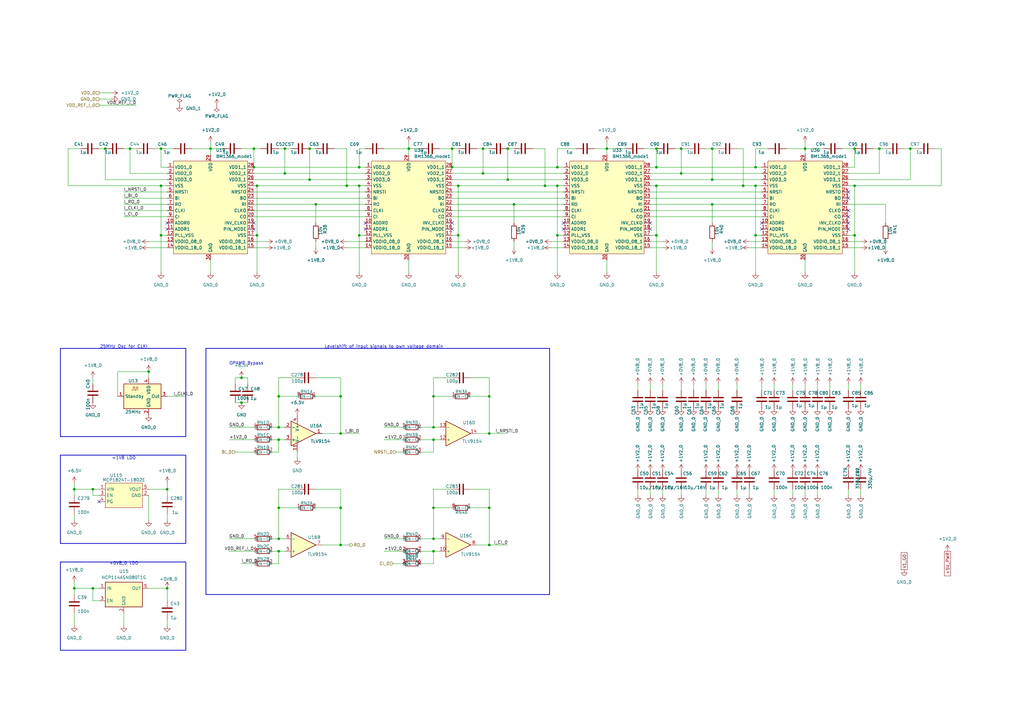
<source format=kicad_sch>
(kicad_sch (version 20231120) (generator "eeschema") (generator_version "8.0")
  (paper "A3")
  (title_block (title "BM1366 PiAxe") (date "2023-10-10") (rev "202"))
  (junction (at 114.3 175.26))
  (junction (at 177.8 220.98))
  (junction (at 373.38 60.96))
  (junction (at 99.06 165.1))
  (junction (at 147.32 96.52))
  (junction (at 292.1 83.82))
  (junction (at 200.66 223.52))
  (junction (at 177.8 180.34))
  (junction (at 248.92 60.96))
  (junction (at 350.52 96.52))
  (junction (at 187.96 76.2))
  (junction (at 228.6 96.52))
  (junction (at 139.7 177.8))
  (junction (at 105.41 76.2))
  (junction (at 68.58 200.66))
  (junction (at 292.1 60.96))
  (junction (at 177.8 226.06))
  (junction (at 360.68 60.96))
  (junction (at 66.04 60.96))
  (junction (at 116.84 60.96))
  (junction (at 269.24 68.58))
  (junction (at 350.52 60.96))
  (junction (at 309.88 76.2))
  (junction (at 208.28 73.66))
  (junction (at 309.88 68.58))
  (junction (at 185.42 68.58))
  (junction (at 66.04 96.52))
  (junction (at 114.3 162.56))
  (junction (at 114.3 208.28))
  (junction (at 177.8 162.56))
  (junction (at 177.8 208.28))
  (junction (at 330.2 60.96))
  (junction (at 127 73.66))
  (junction (at 198.12 60.96))
  (junction (at 292.1 73.66))
  (junction (at 142.24 76.2))
  (junction (at 269.24 96.52))
  (junction (at 309.88 96.52))
  (junction (at 53.34 60.96))
  (junction (at 198.12 71.12))
  (junction (at 200.66 208.28))
  (junction (at 114.3 180.34))
  (junction (at 139.7 223.52))
  (junction (at 139.7 162.56))
  (junction (at 129.54 83.82))
  (junction (at 279.4 71.12))
  (junction (at 210.82 83.82))
  (junction (at 114.3 220.98))
  (junction (at 105.41 96.52))
  (junction (at 279.4 60.96))
  (junction (at 104.14 60.96))
  (junction (at 269.24 60.96))
  (junction (at 68.58 241.3))
  (junction (at 127 60.96))
  (junction (at 66.04 76.2))
  (junction (at 116.84 71.12))
  (junction (at 208.28 60.96))
  (junction (at 187.96 96.52))
  (junction (at 147.32 68.58))
  (junction (at 60.96 152.4))
  (junction (at 30.48 241.3) (diameter 0.9144))
  (junction (at 304.8 76.2))
  (junction (at 167.64 60.96))
  (junction (at 104.14 68.58))
  (junction (at 38.1 200.66))
  (junction (at 38.1 241.3))
  (junction (at 223.52 76.2))
  (junction (at 350.52 76.2))
  (junction (at 99.06 154.94))
  (junction (at 177.8 175.26))
  (junction (at 43.18 60.96))
  (junction (at 185.42 60.96))
  (junction (at 147.32 76.2))
  (junction (at 139.7 208.28))
  (junction (at 30.48 200.66) (diameter 0.9144))
  (junction (at 200.66 177.8))
  (junction (at 86.36 60.96))
  (junction (at 228.6 76.2))
  (junction (at 269.24 76.2))
  (junction (at 200.66 162.56))
  (junction (at 228.6 68.58))
  (junction (at 114.3 226.06))
  (no_connect (at 266.7 93.98))
  (no_connect (at 68.58 91.44))
  (no_connect (at 40.64 205.74))
  (no_connect (at 185.42 93.98))
  (no_connect (at 185.42 91.44))
  (no_connect (at 312.42 93.98))
  (no_connect (at 68.58 93.98))
  (no_connect (at 149.86 91.44))
  (no_connect (at 347.98 91.44))
  (no_connect (at 347.98 88.9))
  (no_connect (at 312.42 91.44))
  (no_connect (at 149.86 93.98))
  (no_connect (at 347.98 81.28))
  (no_connect (at 347.98 93.98))
  (no_connect (at 266.7 91.44))
  (no_connect (at 104.14 93.98))
  (no_connect (at 231.14 93.98))
  (no_connect (at 231.14 91.44))
  (no_connect (at 347.98 78.74))
  (no_connect (at 347.98 86.36))
  (no_connect (at 104.14 91.44))
  (wire (pts (xy 266.7 76.2) (xy 269.24 76.2)))
  (wire (pts (xy 114.3 162.56) (xy 114.3 175.26)))
  (wire (pts (xy 40.64 60.96) (xy 43.18 60.96)))
  (wire (pts (xy 116.84 71.12) (xy 149.86 71.12)))
  (wire (pts (xy 330.2 60.96) (xy 337.82 60.96)))
  (wire (pts (xy 200.66 223.52) (xy 195.58 223.52)))
  (wire (pts (xy 50.8 81.28) (xy 68.58 81.28)))
  (wire (pts (xy 200.66 177.8) (xy 208.28 177.8)))
  (wire (pts (xy 129.54 83.82) (xy 129.54 91.44)))
  (wire (pts (xy 60.96 200.66) (xy 68.58 200.66)))
  (wire (pts (xy 104.14 78.74) (xy 149.86 78.74)))
  (wire (pts (xy 50.8 83.82) (xy 68.58 83.82)))
  (wire (pts (xy 139.7 154.94) (xy 139.7 162.56)))
  (wire (pts (xy 30.48 200.66) (xy 38.1 200.66)))
  (wire (pts (xy 195.58 177.8) (xy 200.66 177.8)))
  (wire (pts (xy 266.7 71.12) (xy 279.4 71.12)))
  (wire (pts (xy 104.14 68.58) (xy 104.14 60.96)))
  (wire (pts (xy 335.28 200.66) (xy 335.28 203.2)))
  (wire (pts (xy 53.34 71.12) (xy 68.58 71.12)))
  (wire (pts (xy 248.92 60.96) (xy 256.54 60.96)))
  (wire (pts (xy 370.84 60.96) (xy 373.38 60.96)))
  (wire (pts (xy 105.41 111.76) (xy 105.41 96.52)))
  (wire (pts (xy 172.72 185.42) (xy 177.8 185.42)))
  (wire (pts (xy 279.4 60.96) (xy 281.94 60.96)))
  (wire (pts (xy 177.8 200.66) (xy 177.8 208.28)))
  (wire (pts (xy 66.04 68.58) (xy 68.58 68.58)))
  (wire (pts (xy 347.98 96.52) (xy 350.52 96.52)))
  (wire (pts (xy 114.3 208.28) (xy 121.92 208.28)))
  (wire (pts (xy 27.94 60.96) (xy 33.02 60.96)))
  (wire (pts (xy 347.98 160.02) (xy 347.98 157.48)))
  (wire (pts (xy 114.3 175.26) (xy 116.84 175.26)))
  (wire (pts (xy 38.1 203.2) (xy 38.1 200.66)))
  (wire (pts (xy 228.6 96.52) (xy 228.6 111.76)))
  (wire (pts (xy 147.32 60.96) (xy 147.32 68.58)))
  (wire (pts (xy 330.2 200.66) (xy 330.2 203.2)))
  (wire (pts (xy 127 60.96) (xy 129.54 60.96)))
  (wire (pts (xy 114.3 200.66) (xy 114.3 208.28)))
  (wire (pts (xy 386.08 60.96) (xy 383.54 60.96)))
  (wire (pts (xy 185.42 71.12) (xy 198.12 71.12)))
  (wire (pts (xy 96.52 185.42) (xy 104.14 185.42)))
  (wire (pts (xy 139.7 200.66) (xy 139.7 208.28)))
  (wire (pts (xy 180.34 60.96) (xy 185.42 60.96)))
  (wire (pts (xy 129.54 83.82) (xy 149.86 83.82)))
  (wire (pts (xy 104.14 73.66) (xy 127 73.66)))
  (wire (pts (xy 60.96 241.3) (xy 68.58 241.3)))
  (wire (pts (xy 53.34 71.12) (xy 53.34 60.96)))
  (wire (pts (xy 149.86 76.2) (xy 147.32 76.2)))
  (wire (pts (xy 228.6 68.58) (xy 231.14 68.58)))
  (wire (pts (xy 139.7 162.56) (xy 139.7 177.8)))
  (wire (pts (xy 30.48 238.76) (xy 30.48 241.3)))
  (wire (pts (xy 114.3 60.96) (xy 116.84 60.96)))
  (wire (pts (xy 30.48 241.3) (xy 30.48 243.84)))
  (wire (pts (xy 200.66 200.66) (xy 200.66 208.28)))
  (wire (pts (xy 340.36 157.48) (xy 340.36 160.02)))
  (wire (pts (xy 279.4 71.12) (xy 312.42 71.12)))
  (wire (pts (xy 40.64 246.38) (xy 38.1 246.38)))
  (wire (pts (xy 93.98 175.26) (xy 104.14 175.26)))
  (wire (pts (xy 142.24 99.06) (xy 149.86 99.06)))
  (wire (pts (xy 50.8 86.36) (xy 68.58 86.36)))
  (wire (pts (xy 60.96 99.06) (xy 68.58 99.06)))
  (wire (pts (xy 104.14 71.12) (xy 116.84 71.12)))
  (wire (pts (xy 172.72 175.26) (xy 177.8 175.26)))
  (wire (pts (xy 325.12 160.02) (xy 325.12 157.48)))
  (wire (pts (xy 142.24 76.2) (xy 142.24 60.96)))
  (wire (pts (xy 111.76 185.42) (xy 114.3 185.42)))
  (wire (pts (xy 317.5 200.66) (xy 317.5 203.2)))
  (wire (pts (xy 177.8 154.94) (xy 177.8 162.56)))
  (wire (pts (xy 53.34 60.96) (xy 55.88 60.96)))
  (wire (pts (xy 193.04 208.28) (xy 200.66 208.28)))
  (wire (pts (xy 347.98 71.12) (xy 360.68 71.12)))
  (wire (pts (xy 200.66 154.94) (xy 200.66 162.56)))
  (wire (pts (xy 104.14 81.28) (xy 149.86 81.28)))
  (wire (pts (xy 304.8 76.2) (xy 304.8 60.96)))
  (wire (pts (xy 142.24 101.6) (xy 149.86 101.6)))
  (wire (pts (xy 350.52 96.52) (xy 350.52 111.76)))
  (wire (pts (xy 330.2 106.68) (xy 330.2 111.76)))
  (wire (pts (xy 266.7 78.74) (xy 312.42 78.74)))
  (wire (pts (xy 347.98 99.06) (xy 353.06 99.06)))
  (wire (pts (xy 68.58 254) (xy 68.58 256.54)))
  (wire (pts (xy 284.48 157.48) (xy 284.48 160.02)))
  (wire (pts (xy 187.96 76.2) (xy 223.52 76.2)))
  (wire (pts (xy 226.06 101.6) (xy 231.14 101.6)))
  (wire (pts (xy 139.7 223.52) (xy 132.08 223.52)))
  (wire (pts (xy 30.48 210.82) (xy 30.48 213.36)))
  (wire (pts (xy 38.1 241.3) (xy 40.64 241.3)))
  (wire (pts (xy 187.96 111.76) (xy 187.96 96.52)))
  (wire (pts (xy 99.06 154.94) (xy 101.6 154.94)))
  (wire (pts (xy 139.7 208.28) (xy 139.7 223.52)))
  (wire (pts (xy 185.42 154.94) (xy 177.8 154.94)))
  (wire (pts (xy 114.3 154.94) (xy 114.3 162.56)))
  (wire (pts (xy 172.72 231.14) (xy 177.8 231.14)))
  (wire (pts (xy 317.5 157.48) (xy 317.5 160.02)))
  (wire (pts (xy 248.92 60.96) (xy 248.92 63.5)))
  (wire (pts (xy 48.26 152.4) (xy 48.26 162.56)))
  (wire (pts (xy 279.4 157.48) (xy 279.4 160.02)))
  (wire (pts (xy 111.76 175.26) (xy 114.3 175.26)))
  (wire (pts (xy 210.82 83.82) (xy 231.14 83.82)))
  (wire (pts (xy 264.16 60.96) (xy 269.24 60.96)))
  (wire (pts (xy 147.32 96.52) (xy 147.32 111.76)))
  (wire (pts (xy 114.3 220.98) (xy 116.84 220.98)))
  (wire (pts (xy 193.04 162.56) (xy 200.66 162.56)))
  (wire (pts (xy 312.42 76.2) (xy 309.88 76.2)))
  (wire (pts (xy 198.12 60.96) (xy 200.66 60.96)))
  (wire (pts (xy 121.92 154.94) (xy 114.3 154.94)))
  (wire (pts (xy 266.7 73.66) (xy 292.1 73.66)))
  (wire (pts (xy 373.38 60.96) (xy 375.92 60.96)))
  (wire (pts (xy 66.04 76.2) (xy 66.04 96.52)))
  (wire (pts (xy 78.74 60.96) (xy 86.36 60.96)))
  (wire (pts (xy 99.06 165.1) (xy 101.6 165.1)))
  (wire (pts (xy 93.98 180.34) (xy 104.14 180.34)))
  (wire (pts (xy 347.98 76.2) (xy 350.52 76.2)))
  (wire (pts (xy 66.04 96.52) (xy 68.58 96.52)))
  (wire (pts (xy 266.7 101.6) (xy 271.78 101.6)))
  (wire (pts (xy 335.28 157.48) (xy 335.28 160.02)))
  (wire (pts (xy 96.52 154.94) (xy 99.06 154.94)))
  (wire (pts (xy 104.14 76.2) (xy 105.41 76.2)))
  (wire (pts (xy 114.3 226.06) (xy 116.84 226.06)))
  (wire (pts (xy 167.64 58.42) (xy 167.64 60.96)))
  (wire (pts (xy 200.66 162.56) (xy 200.66 177.8)))
  (wire (pts (xy 105.41 76.2) (xy 105.41 96.52)))
  (wire (pts (xy 231.14 76.2) (xy 228.6 76.2)))
  (wire (pts (xy 345.44 60.96) (xy 350.52 60.96)))
  (wire (pts (xy 93.98 220.98) (xy 104.14 220.98)))
  (wire (pts (xy 210.82 99.06) (xy 210.82 101.6)))
  (wire (pts (xy 309.88 96.52) (xy 309.88 111.76)))
  (wire (pts (xy 30.48 200.66) (xy 30.48 203.2)))
  (wire (pts (xy 68.58 198.12) (xy 68.58 200.66)))
  (wire (pts (xy 30.48 198.12) (xy 30.48 200.66)))
  (wire (pts (xy 167.64 60.96) (xy 172.72 60.96)))
  (wire (pts (xy 210.82 83.82) (xy 210.82 91.44)))
  (wire (pts (xy 157.48 175.26) (xy 165.1 175.26)))
  (wire (pts (xy 271.78 200.66) (xy 271.78 203.2)))
  (wire (pts (xy 104.14 101.6) (xy 109.22 101.6)))
  (wire (pts (xy 360.68 60.96) (xy 363.22 60.96)))
  (wire (pts (xy 347.98 73.66) (xy 373.38 73.66)))
  (wire (pts (xy 38.1 241.3) (xy 38.1 246.38)))
  (wire (pts (xy 127 73.66) (xy 127 60.96)))
  (wire (pts (xy 38.1 154.94) (xy 38.1 157.48)))
  (wire (pts (xy 228.6 96.52) (xy 231.14 96.52)))
  (wire (pts (xy 177.8 226.06) (xy 180.34 226.06)))
  (wire (pts (xy 208.28 60.96) (xy 210.82 60.96)))
  (wire (pts (xy 271.78 157.48) (xy 271.78 160.02)))
  (wire (pts (xy 129.54 200.66) (xy 139.7 200.66)))
  (wire (pts (xy 177.8 180.34) (xy 180.34 180.34)))
  (wire (pts (xy 266.7 157.48) (xy 266.7 160.02)))
  (wire (pts (xy 269.24 76.2) (xy 304.8 76.2)))
  (wire (pts (xy 60.96 152.4) (xy 60.96 154.94)))
  (wire (pts (xy 38.1 203.2) (xy 40.64 203.2)))
  (wire (pts (xy 142.24 76.2) (xy 147.32 76.2)))
  (wire (pts (xy 302.26 200.66) (xy 302.26 203.2)))
  (wire (pts (xy 185.42 81.28) (xy 231.14 81.28)))
  (wire (pts (xy 208.28 73.66) (xy 208.28 60.96)))
  (wire (pts (xy 104.14 99.06) (xy 109.22 99.06)))
  (wire (pts (xy 309.88 76.2) (xy 309.88 96.52)))
  (wire (pts (xy 266.7 83.82) (xy 292.1 83.82)))
  (wire (pts (xy 208.28 73.66) (xy 231.14 73.66)))
  (wire (pts (xy 289.56 200.66) (xy 289.56 203.2)))
  (wire (pts (xy 185.42 78.74) (xy 231.14 78.74)))
  (wire (pts (xy 223.52 76.2) (xy 228.6 76.2)))
  (wire (pts (xy 185.42 60.96) (xy 187.96 60.96)))
  (wire (pts (xy 147.32 76.2) (xy 147.32 96.52)))
  (wire (pts (xy 139.7 177.8) (xy 132.08 177.8)))
  (wire (pts (xy 93.98 226.06) (xy 104.14 226.06)))
  (wire (pts (xy 185.42 99.06) (xy 190.5 99.06)))
  (wire (pts (xy 266.7 200.66) (xy 266.7 203.2)))
  (wire (pts (xy 292.1 60.96) (xy 294.64 60.96)))
  (wire (pts (xy 304.8 60.96) (xy 302.26 60.96)))
  (wire (pts (xy 193.04 154.94) (xy 200.66 154.94)))
  (wire (pts (xy 292.1 83.82) (xy 292.1 91.44)))
  (wire (pts (xy 50.8 60.96) (xy 53.34 60.96)))
  (wire (pts (xy 292.1 83.82) (xy 312.42 83.82)))
  (wire (pts (xy 292.1 99.06) (xy 292.1 101.6)))
  (wire (pts (xy 50.8 251.46) (xy 50.8 256.54)))
  (wire (pts (xy 363.22 83.82) (xy 363.22 91.44)))
  (wire (pts (xy 353.06 200.66) (xy 353.06 203.2)))
  (wire (pts (xy 129.54 99.06) (xy 129.54 101.6)))
  (wire (pts (xy 139.7 223.52) (xy 143.51 223.52)))
  (wire (pts (xy 60.96 101.6) (xy 68.58 101.6)))
  (wire (pts (xy 185.42 88.9) (xy 231.14 88.9)))
  (wire (pts (xy 363.22 99.06) (xy 363.22 101.6)))
  (wire (pts (xy 147.32 68.58) (xy 149.86 68.58)))
  (wire (pts (xy 347.98 83.82) (xy 363.22 83.82)))
  (wire (pts (xy 111.76 220.98) (xy 114.3 220.98)))
  (wire (pts (xy 195.58 60.96) (xy 198.12 60.96)))
  (wire (pts (xy 185.42 68.58) (xy 185.42 60.96)))
  (wire (pts (xy 228.6 60.96) (xy 228.6 68.58)))
  (wire (pts (xy 66.04 60.96) (xy 66.04 68.58)))
  (wire (pts (xy 86.36 60.96) (xy 91.44 60.96)))
  (wire (pts (xy 248.92 58.42) (xy 248.92 60.96)))
  (wire (pts (xy 177.8 162.56) (xy 185.42 162.56)))
  (wire (pts (xy 68.58 162.56) (xy 76.2 162.56)))
  (wire (pts (xy 114.3 231.14) (xy 114.3 226.06)))
  (wire (pts (xy 60.96 152.4) (xy 48.26 152.4)))
  (wire (pts (xy 248.92 106.68) (xy 248.92 111.76)))
  (wire (pts (xy 302.26 157.48) (xy 302.26 160.02)))
  (wire (pts (xy 292.1 73.66) (xy 312.42 73.66)))
  (wire (pts (xy 347.98 68.58) (xy 350.52 68.58)))
  (wire (pts (xy 243.84 60.96) (xy 248.92 60.96)))
  (wire (pts (xy 157.48 226.06) (xy 165.1 226.06)))
  (wire (pts (xy 226.06 99.06) (xy 231.14 99.06)))
  (wire (pts (xy 358.14 60.96) (xy 360.68 60.96)))
  (wire (pts (xy 266.7 99.06) (xy 271.78 99.06)))
  (wire (pts (xy 307.34 101.6) (xy 312.42 101.6)))
  (wire (pts (xy 177.8 162.56) (xy 177.8 175.26)))
  (wire (pts (xy 187.96 76.2) (xy 187.96 96.52)))
  (wire (pts (xy 289.56 157.48) (xy 289.56 160.02)))
  (wire (pts (xy 269.24 76.2) (xy 269.24 96.52)))
  (wire (pts (xy 38.1 200.66) (xy 40.64 200.66)))
  (wire (pts (xy 185.42 86.36) (xy 231.14 86.36)))
  (wire (pts (xy 172.72 226.06) (xy 177.8 226.06)))
  (wire (pts (xy 261.62 200.66) (xy 261.62 203.2)))
  (wire (pts (xy 40.64 43.18) (xy 55.88 43.18)))
  (wire (pts (xy 63.5 60.96) (xy 66.04 60.96)))
  (wire (pts (xy 104.14 86.36) (xy 149.86 86.36)))
  (wire (pts (xy 185.42 83.82) (xy 210.82 83.82)))
  (wire (pts (xy 193.04 200.66) (xy 200.66 200.66)))
  (wire (pts (xy 261.62 157.48) (xy 261.62 160.02)))
  (wire (pts (xy 68.58 76.2) (xy 66.04 76.2)))
  (wire (pts (xy 266.7 96.52) (xy 269.24 96.52)))
  (wire (pts (xy 294.64 157.48) (xy 294.64 160.02)))
  (wire (pts (xy 309.88 68.58) (xy 312.42 68.58)))
  (wire (pts (xy 104.14 60.96) (xy 106.68 60.96)))
  (wire (pts (xy 114.3 162.56) (xy 121.92 162.56)))
  (wire (pts (xy 350.52 68.58) (xy 350.52 60.96)))
  (wire (pts (xy 111.76 180.34) (xy 114.3 180.34)))
  (wire (pts (xy 185.42 76.2) (xy 187.96 76.2)))
  (wire (pts (xy 86.36 60.96) (xy 86.36 63.5)))
  (wire (pts (xy 121.92 200.66) (xy 114.3 200.66)))
  (wire (pts (xy 127 73.66) (xy 149.86 73.66)))
  (wire (pts (xy 177.8 208.28) (xy 177.8 220.98)))
  (wire (pts (xy 198.12 71.12) (xy 231.14 71.12)))
  (wire (pts (xy 294.64 200.66) (xy 294.64 203.2)))
  (wire (pts (xy 105.41 96.52) (xy 104.14 96.52)))
  (wire (pts (xy 292.1 73.66) (xy 292.1 60.96)))
  (wire (pts (xy 104.14 88.9) (xy 149.86 88.9)))
  (wire (pts (xy 177.8 185.42) (xy 177.8 180.34)))
  (wire (pts (xy 177.8 175.26) (xy 180.34 175.26)))
  (wire (pts (xy 269.24 68.58) (xy 269.24 60.96)))
  (wire (pts (xy 157.48 180.34) (xy 165.1 180.34)))
  (wire (pts (xy 309.88 60.96) (xy 314.96 60.96)))
  (wire (pts (xy 129.54 208.28) (xy 139.7 208.28)))
  (wire (pts (xy 198.12 71.12) (xy 198.12 60.96)))
  (wire (pts (xy 86.36 106.68) (xy 86.36 111.76)))
  (wire (pts (xy 185.42 200.66) (xy 177.8 200.66)))
  (wire (pts (xy 347.98 101.6) (xy 353.06 101.6)))
  (wire (pts (xy 347.98 200.66) (xy 347.98 203.2)))
  (wire (pts (xy 228.6 76.2) (xy 228.6 96.52)))
  (wire (pts (xy 66.04 60.96) (xy 71.12 60.96)))
  (wire (pts (xy 266.7 86.36) (xy 312.42 86.36)))
  (wire (pts (xy 114.3 180.34) (xy 116.84 180.34)))
  (wire (pts (xy 353.06 160.02) (xy 353.06 157.48)))
  (wire (pts (xy 30.48 241.3) (xy 38.1 241.3)))
  (wire (pts (xy 322.58 60.96) (xy 330.2 60.96)))
  (wire (pts (xy 185.42 101.6) (xy 190.5 101.6)))
  (wire (pts (xy 266.7 68.58) (xy 269.24 68.58)))
  (wire (pts (xy 50.8 78.74) (xy 68.58 78.74)))
  (wire (pts (xy 50.8 88.9) (xy 68.58 88.9)))
  (wire (pts (xy 330.2 160.02) (xy 330.2 157.48)))
  (wire (pts (xy 111.76 226.06) (xy 114.3 226.06)))
  (wire (pts (xy 228.6 60.96) (xy 236.22 60.96)))
  (wire (pts (xy 373.38 73.66) (xy 373.38 60.96)))
  (wire (pts (xy 185.42 73.66) (xy 208.28 73.66)))
  (wire (pts (xy 200.66 223.52) (xy 208.28 223.52)))
  (wire (pts (xy 330.2 60.96) (xy 330.2 63.5)))
  (wire (pts (xy 129.54 162.56) (xy 139.7 162.56)))
  (wire (pts (xy 185.42 68.58) (xy 228.6 68.58)))
  (wire (pts (xy 104.14 68.58) (xy 147.32 68.58)))
  (wire (pts (xy 66.04 96.52) (xy 66.04 111.76)))
  (wire (pts (xy 96.52 154.94) (xy 96.52 157.48)))
  (wire (pts (xy 266.7 88.9) (xy 312.42 88.9)))
  (wire (pts (xy 386.08 76.2) (xy 386.08 60.96)))
  (wire (pts (xy 269.24 96.52) (xy 269.24 111.76)))
  (wire (pts (xy 167.64 106.68) (xy 167.64 111.76)))
  (wire (pts (xy 266.7 81.28) (xy 312.42 81.28)))
  (wire (pts (xy 167.64 60.96) (xy 167.64 63.5)))
  (wire (pts (xy 139.7 177.8) (xy 147.32 177.8)))
  (wire (pts (xy 289.56 60.96) (xy 292.1 60.96)))
  (wire (pts (xy 200.66 208.28) (xy 200.66 223.52)))
  (wire (pts (xy 114.3 208.28) (xy 114.3 220.98)))
  (wire (pts (xy 99.06 231.14) (xy 104.14 231.14)))
  (wire (pts (xy 66.04 76.2) (xy 27.94 76.2)))
  (wire (pts (xy 99.06 60.96) (xy 104.14 60.96)))
  (wire (pts (xy 177.8 231.14) (xy 177.8 226.06)))
  (wire (pts (xy 330.2 58.42) (xy 330.2 60.96)))
  (wire (pts (xy 187.96 96.52) (xy 185.42 96.52)))
  (wire (pts (xy 111.76 231.14) (xy 114.3 231.14)))
  (wire (pts (xy 27.94 76.2) (xy 27.94 60.96)))
  (wire (pts (xy 307.34 200.66) (xy 307.34 203.2)))
  (wire (pts (xy 269.24 68.58) (xy 309.88 68.58)))
  (wire (pts (xy 86.36 58.42) (xy 86.36 60.96)))
  (wire (pts (xy 147.32 96.52) (xy 149.86 96.52)))
  (wire (pts (xy 360.68 71.12) (xy 360.68 60.96)))
  (wire (pts (xy 40.64 38.1) (xy 45.72 38.1)))
  (wire (pts (xy 307.34 99.06) (xy 312.42 99.06)))
  (wire (pts (xy 142.24 60.96) (xy 137.16 60.96)))
  (wire (pts (xy 279.4 71.12) (xy 279.4 60.96)))
  (wire (pts (xy 116.84 71.12) (xy 116.84 60.96)))
  (wire (pts (xy 304.8 76.2) (xy 309.88 76.2)))
  (wire (pts (xy 96.52 165.1) (xy 99.06 165.1)))
  (wire (pts (xy 43.18 73.66) (xy 43.18 60.96)))
  (wire (pts (xy 161.29 231.14) (xy 165.1 231.14)))
  (wire (pts (xy 309.88 60.96) (xy 309.88 68.58)))
  (wire (pts (xy 309.88 96.52) (xy 312.42 96.52)))
  (wire (pts (xy 223.52 60.96) (xy 223.52 76.2)))
  (wire (pts (xy 162.56 185.42) (xy 165.1 185.42)))
  (wire (pts (xy 172.72 180.34) (xy 177.8 180.34)))
  (wire (pts (xy 350.52 76.2) (xy 386.08 76.2)))
  (wire (pts (xy 350.52 76.2) (xy 350.52 96.52)))
  (wire (pts (xy 104.14 83.82) (xy 129.54 83.82)))
  (wire (pts (xy 101.6 157.48) (xy 101.6 154.94)))
  (wire (pts (xy 157.48 60.96) (xy 167.64 60.96)))
  (wire (pts (xy 325.12 200.66) (xy 325.12 203.2)))
  (wire (pts (xy 116.84 60.96) (xy 119.38 60.96)))
  (wire (pts (xy 279.4 200.66) (xy 279.4 203.2)))
  (wire (pts (xy 312.42 157.48) (xy 312.42 160.02)))
  (wire (pts (xy 149.86 60.96) (xy 147.32 60.96)))
  (wire (pts (xy 114.3 185.42) (xy 114.3 180.34)))
  (wire (pts (xy 60.96 203.2) (xy 60.96 213.36)))
  (wire (pts (xy 121.92 185.42) (xy 121.92 187.96)))
  (wire (pts (xy 157.48 220.98) (xy 165.1 220.98)))
  (wire (pts (xy 177.8 208.28) (xy 185.42 208.28)))
  (wire (pts (xy 68.58 210.82) (xy 68.58 213.36)))
  (wire (pts (xy 30.48 251.46) (xy 30.48 256.54)))
  (wire (pts (xy 40.64 40.64) (xy 45.72 40.64)))
  (wire (pts (xy 68.58 241.3) (xy 68.58 246.38)))
  (wire (pts (xy 105.41 76.2) (xy 142.24 76.2)))
  (wire (pts (xy 129.54 154.94) (xy 139.7 154.94)))
  (wire (pts (xy 177.8 220.98) (xy 180.34 220.98)))
  (wire (pts (xy 68.58 200.66) (xy 68.58 203.2)))
  (wire (pts (xy 276.86 60.96) (xy 279.4 60.96)))
  (wire (pts (xy 43.18 73.66) (xy 68.58 73.66)))
  (wire (pts (xy 223.52 60.96) (xy 218.44 60.96)))
  (wire (pts (xy 172.72 220.98) (xy 177.8 220.98)))
  (rectangle (start 24.765 142.875) (end 76.2 179.07) (stroke (width 0.3)))
  (rectangle (start 84.455 142.875) (end 225.425 243.84) (stroke (width 0.3)))
  (rectangle (start 24.765 230.505) (end 76.2 266.7) (stroke (width 0.3)))
  (rectangle (start 24.765 186.69) (end 76.2 222.885) (stroke (width 0.3)))
  (text "OPAMP Bypass" (at 93.98 149.86 0) (effects (font (size 1.27 1.27)) (justify left bottom)))
  (text "+1V8 LDO" (at 50.8 187.96 0) (effects (font (size 1.27 1.27))))
  (text "25MHz Osc for CLKI" (at 50.8 142.24 0) (effects (font (size 1.27 1.27))))
  (text "Levelshift of input signals to own voltage domain" (at 157.48 142.24 0) (effects (font (size 1.27 1.27))))
  (text "+0V8_0 LDO" (at 50.8 231.14 0) (effects (font (size 1.27 1.27))))
  (label "I_CLKI_0" (at 71.12 162.56 0))
  (label "I_CLKI_0" (at 50.8 86.36 0))
  (label "I_CI_0" (at 208.28 223.52 180))
  (label "I_NRSTI_0" (at 203.2 177.8 0))
  (label "I_BI_0" (at 50.8 81.28 0))
  (label "VDD_REF_I_0" (at 104.14 226.06 180))
  (label "I_RO_0" (at 99.06 231.14 0))
  (label "+1V2_0" (at 93.98 180.34 0))
  (label "+1V2_0" (at 157.48 180.34 0))
  (label "I_CI_0" (at 50.8 88.9 0))
  (label "I_BI_0" (at 147.32 177.8 180))
  (label "GND_0" (at 157.48 220.98 0))
  (label "GND_0" (at 93.98 175.26 0))
  (label "VDD_REF_I_0" (at 55.88 43.18 180))
  (label "GND_0" (at 93.98 220.98 0))
  (label "+1V2_0" (at 157.48 226.06 0))
  (label "I_NRSTI_0" (at 50.8 78.74 0))
  (label "GND_0" (at 157.48 175.26 0))
  (label "I_RO_0" (at 50.8 83.82 0))
  (global_label "V1_G0" (shape passive) (at 370.84 233.68 90) (property "Intersheetrefs" "${INTERSHEET_REFS}" (effects (hide yes))))
  (global_label "+5V_PWR" (shape passive) (at 388.62 226.06 270) (property "Intersheetrefs" "${INTERSHEET_REFS}" (effects (hide yes))))
  (hierarchical_label "CI_0" (shape input) (at 161.29 231.14 180))
  (hierarchical_label "BI_0" (shape input) (at 96.52 185.42 180))
  (hierarchical_label "RO_0" (shape output) (at 143.51 223.52 0))
  (hierarchical_label "VDD_0" (shape passive) (at 40.64 38.1 180))
  (hierarchical_label "VDD_REF_I_0" (shape passive) (at 40.64 43.18 180))
  (hierarchical_label "NRSTI_0" (shape input) (at 162.56 185.42 180))
  (hierarchical_label "GND_0" (shape passive) (at 40.64 40.64 180))
  (symbol (lib_name "TLV3544_3") (lib_id "bitaxe:TLV3544") (at 185.42 223.52 0) (unit 3)
    (property "Reference" "U16" (at 191.135 219.71 0))
    (property "Value" "TLV9154" (at 193.04 227.33 0))
    (property "Footprint" "Package_SO:SOIC-14_3.9x8.7mm_P1.27mm" (effects (hide yes)))
    (property "Datasheet" "https://www.ti.com/lit/ds/symlink/tlv3542.pdf" (effects (hide yes)))
    (property "DK" "296-45352-1-ND" (effects (hide yes)))
    (property "PARTNO" "TLV3544IPWR" (effects (hide yes)))
    (property "Distributor" "D" (effects (hide yes)))
    (property "Manufacturer" "TLV9154IDR" (effects (hide yes)))
    (property "OrderNr" "296-TLV9154IDRCT-ND" (effects (hide yes)))
  )
  (symbol (lib_id "mylib7:+0V8_0") (at 60.96 99.06 90) (unit 1) (in_bom no) (on_board no)
    (property "Reference" "U18" (effects (hide yes)))
    (property "Value" "+0V8_0" (at 57.785 99.06 90) (effects (justify left)))
    (property "Distributor" "-" (effects (hide yes)))
  )
  (symbol (lib_id "Device:C") (at 189.23 154.94 90) (unit 1)
    (property "Reference" "C282" (at 187.96 153.035 90) (effects (justify left bottom)))
    (property "Value" "100p" (at 187.96 155.575 90) (effects (justify left bottom)))
    (property "Footprint" "Capacitor_SMD:C_0805_2012Metric" (effects (hide yes)))
    (property "DK" "478-KGM05AR71C104KHCT-ND" (effects (hide yes)))
    (property "PARTNO" "KGM05AR71C104KH" (effects (hide yes)))
  )
  (symbol (lib_id "Device:C") (at 271.78 163.83 180) (unit 1)
    (property "Reference" "C58" (at 269.24 166.37 90) (effects (justify left bottom)))
    (property "Value" "1µ" (at 272.415 165.1 90) (effects (justify left bottom)))
    (property "Footprint" "Capacitor_SMD:C_0805_2012Metric" (effects (hide yes)))
  )
  (symbol (lib_id "mylib7:GND_0") (at 167.64 111.76 0) (mirror y) (unit 1)
    (property "Reference" "#PWR0205" (effects (hide yes)))
    (property "Value" "GND_0" (at 167.64 116.84 0))
    (property "Description" "Power symbol creates a global label with name \"GND\" , ground" (effects (hide yes)))
  )
  (symbol (lib_id "mylib7:GND_0") (at 279.4 203.2 0) (unit 1)
    (property "Reference" "#PWR0178" (effects (hide yes)))
    (property "Value" "GND_0" (at 279.527 209.677 90))
    (property "Description" "Power symbol creates a global label with name \"GND\" , ground" (effects (hide yes)))
  )
  (symbol (lib_id "Device:C") (at 189.23 200.66 90) (unit 1)
    (property "Reference" "C283" (at 187.96 198.755 90) (effects (justify left bottom)))
    (property "Value" "100p" (at 187.96 201.295 90) (effects (justify left bottom)))
    (property "Footprint" "Capacitor_SMD:C_0805_2012Metric" (effects (hide yes)))
    (property "DK" "478-KGM05AR71C104KHCT-ND" (effects (hide yes)))
    (property "PARTNO" "KGM05AR71C104KH" (effects (hide yes)))
  )
  (symbol (lib_id "mylib7:GND_1") (at 73.66 43.18 0) (unit 1)
    (property "Reference" "#PWR0149" (effects (hide yes)))
    (property "Value" "GND_1" (at 76.2 44.4499 0) (effects (justify left)))
    (property "Description" "Power symbol creates a global label with name \"GND\" , ground" (effects (hide yes)))
  )
  (symbol (lib_id "mylib7:+1V2_0") (at 261.62 193.04 0) (unit 1)
    (property "Reference" "#PWR0167" (effects (hide yes)))
    (property "Value" "+1V2_0" (at 261.493 186.055 90))
    (property "Description" "Power symbol creates a global label with name \"+1V2\"" (effects (hide yes)))
  )
  (symbol (lib_id "Device:C") (at 279.4 163.83 180) (unit 1)
    (property "Reference" "C60" (at 276.86 166.37 90) (effects (justify left bottom)))
    (property "Value" "1µ" (at 280.035 165.1 90) (effects (justify left bottom)))
    (property "Footprint" "Capacitor_SMD:C_0805_2012Metric" (effects (hide yes)))
  )
  (symbol (lib_id "Device:C") (at 347.98 163.83 0) (unit 1)
    (property "Reference" "C85" (at 349.25 161.925 0) (effects (justify left bottom)))
    (property "Value" "1µ" (at 349.25 167.005 0) (effects (justify left bottom)))
    (property "Footprint" "Capacitor_SMD:C_0805_2012Metric" (effects (hide yes)))
  )
  (symbol (lib_id "mylib7:+1V2_0") (at 335.28 193.04 0) (unit 1)
    (property "Reference" "#PWR0212" (effects (hide yes)))
    (property "Value" "+1V2_0" (at 335.153 186.055 90))
    (property "Description" "Power symbol creates a global label with name \"+1V2\"" (effects (hide yes)))
  )
  (symbol (lib_id "Device:C") (at 214.63 60.96 90) (unit 1)
    (property "Reference" "C87" (at 212.09 58.42 90) (effects (justify left bottom)))
    (property "Value" "1µ" (at 213.36 61.595 90) (effects (justify left bottom)))
    (property "Footprint" "Capacitor_SMD:C_0805_2012Metric" (effects (hide yes)))
  )
  (symbol (lib_id "Device:C") (at 335.28 163.83 0) (unit 1)
    (property "Reference" "C80" (at 335.915 161.925 0) (effects (justify left bottom)))
    (property "Value" "1µ" (at 336.55 167.64 0) (effects (justify left bottom)))
    (property "Footprint" "Capacitor_SMD:C_0805_2012Metric" (effects (hide yes)))
  )
  (symbol (lib_id "Device:R") (at 363.22 95.25 0) (unit 1)
    (property "Reference" "R41" (at 367.03 93.98 90))
    (property "Value" "10k" (at 365.125 94.615 90))
    (property "Footprint" "Resistor_SMD:R_0805_2012Metric" (effects (hide yes)))
  )
  (symbol (lib_id "mylib7:R_Network04_Split_SMD") (at 107.95 231.14 270) (unit 2)
    (property "Reference" "RN2" (at 107.95 229.235 90))
    (property "Value" "10k-CX" (at 107.95 231.14 90))
    (property "Footprint" "Resistor_SMD:R_Array_Convex_4x0603" (effects (hide yes)))
    (property "Datasheet" "http://www.vishay.com/docs/31509/csc.pdf" (effects (hide yes)))
    (property "Description" "4 resistor network, star topology, bussed resistors, split" (effects (hide yes)))
    (property "Distributor" "D" (effects (hide yes)))
    (property "Manufacturer" "CAY16-1002F4LF" (effects (hide yes)))
    (property "OrderNr" "CAY16-1002F4LFCT-ND" (effects (hide yes)))
  )
  (symbol (lib_id "mylib7:GND_0") (at 325.12 203.2 0) (unit 1)
    (property "Reference" "#PWR0203" (effects (hide yes)))
    (property "Value" "GND_0" (at 325.247 209.677 90))
    (property "Description" "Power symbol creates a global label with name \"GND\" , ground" (effects (hide yes)))
  )
  (symbol (lib_id "mylib7:+1V8_0") (at 271.78 101.6 270) (unit 1)
    (property "Reference" "#PWR0243" (effects (hide yes)))
    (property "Value" "+1V8_0" (at 278.13 101.6 90))
    (property "Description" "Power symbol creates a global label with name \"+1V8\"" (effects (hide yes)))
  )
  (symbol (lib_id "mylib7:+1V8_0") (at 307.34 101.6 90) (unit 1)
    (property "Reference" "#PWR0245" (effects (hide yes)))
    (property "Value" "+1V8_0" (at 300.99 101.6 90))
    (property "Description" "Power symbol creates a global label with name \"+1V8\"" (effects (hide yes)))
  )
  (symbol (lib_id "mylib7:GND_0") (at 340.36 167.64 0) (mirror y) (unit 1)
    (property "Reference" "#PWR0227" (effects (hide yes)))
    (property "Value" "GND_0" (at 340.36 173.99 90))
    (property "Description" "Power symbol creates a global label with name \"GND\" , ground" (effects (hide yes)))
  )
  (symbol (lib_id "mylib7:+1V8_0") (at 60.96 152.4 0) (unit 1)
    (property "Reference" "#PWR0140" (effects (hide yes)))
    (property "Value" "+1V8_0" (at 60.96 147.32 0))
    (property "Description" "Power symbol creates a global label with name \"+1V8\"" (effects (hide yes)))
  )
  (symbol (lib_id "Device:C") (at 260.35 60.96 90) (unit 1)
    (property "Reference" "C89" (at 257.175 58.42 90) (effects (justify left bottom)))
    (property "Value" "1µ" (at 259.08 61.595 90) (effects (justify left bottom)))
    (property "Footprint" "Capacitor_SMD:C_0805_2012Metric" (effects (hide yes)))
  )
  (symbol (lib_id "mylib7:GND_0") (at 302.26 167.64 0) (mirror y) (unit 1)
    (property "Reference" "#PWR0195" (effects (hide yes)))
    (property "Value" "GND_0" (at 302.26 173.99 90))
    (property "Description" "Power symbol creates a global label with name \"GND\" , ground" (effects (hide yes)))
  )
  (symbol (lib_id "mylib7:R_Network04_Split_SMD") (at 189.23 162.56 90) (unit 1)
    (property "Reference" "RN3" (at 189.23 160.655 90))
    (property "Value" "10k-CX" (at 189.23 162.56 90))
    (property "Footprint" "Resistor_SMD:R_Array_Convex_4x0603" (effects (hide yes)))
    (property "Datasheet" "http://www.vishay.com/docs/31509/csc.pdf" (effects (hide yes)))
    (property "Description" "4 resistor network, star topology, bussed resistors, split" (effects (hide yes)))
    (property "Distributor" "D" (effects (hide yes)))
    (property "Manufacturer" "CAY16-1002F4LF" (effects (hide yes)))
    (property "OrderNr" "CAY16-1002F4LFCT-ND" (effects (hide yes)))
  )
  (symbol (lib_id "mylib7:GND_0") (at 347.98 167.64 0) (mirror y) (unit 1)
    (property "Reference" "#PWR0229" (effects (hide yes)))
    (property "Value" "GND_0" (at 347.98 173.99 90))
    (property "Description" "Power symbol creates a global label with name \"GND\" , ground" (effects (hide yes)))
  )
  (symbol (lib_id "mylib7:GND_0") (at 68.58 256.54 0) (mirror y) (unit 1)
    (property "Reference" "#PWR0153" (effects (hide yes)))
    (property "Value" "GND_0" (at 68.58 261.62 0))
    (property "Description" "Power symbol creates a global label with name \"GND\" , ground" (effects (hide yes)))
  )
  (symbol (lib_id "Device:C") (at 317.5 196.85 0) (unit 1)
    (property "Reference" "C70" (at 318.135 194.945 0) (effects (justify left bottom)))
    (property "Value" "100n" (at 318.135 200.66 0) (effects (justify left bottom)))
    (property "Footprint" "Capacitor_SMD:C_0805_2012Metric" (effects (hide yes)))
  )
  (symbol (lib_id "mylib7:R_Network04_Split_SMD") (at 168.91 226.06 90) (unit 2)
    (property "Reference" "RN4" (at 168.91 227.965 90))
    (property "Value" "10k-CX" (at 168.91 226.06 90))
    (property "Footprint" "Resistor_SMD:R_Array_Convex_4x0603" (effects (hide yes)))
    (property "Datasheet" "http://www.vishay.com/docs/31509/csc.pdf" (effects (hide yes)))
    (property "Description" "4 resistor network, star topology, bussed resistors, split" (effects (hide yes)))
    (property "Distributor" "D" (effects (hide yes)))
    (property "Manufacturer" "CAY16-1002F4LF" (effects (hide yes)))
    (property "OrderNr" "CAY16-1002F4LFCT-ND" (effects (hide yes)))
  )
  (symbol (lib_id "mylib7:GND_0") (at 312.42 167.64 0) (mirror y) (unit 1)
    (property "Reference" "#PWR0201" (effects (hide yes)))
    (property "Value" "GND_0" (at 312.42 173.99 90))
    (property "Description" "Power symbol creates a global label with name \"GND\" , ground" (effects (hide yes)))
  )
  (symbol (lib_id "mylib7:+1V8_0") (at 317.5 157.48 0) (unit 1)
    (property "Reference" "#PWR0206" (effects (hide yes)))
    (property "Value" "+1V8_0" (at 317.627 150.495 90))
    (property "Description" "Power symbol creates a global label with name \"+1V8\"" (effects (hide yes)))
  )
  (symbol (lib_id "mylib7:R_Network04_Split_SMD") (at 168.91 175.26 270) (unit 4)
    (property "Reference" "RN3" (at 168.91 173.355 90))
    (property "Value" "10k-CX" (at 168.91 175.26 90))
    (property "Footprint" "Resistor_SMD:R_Array_Convex_4x0603" (effects (hide yes)))
    (property "Datasheet" "http://www.vishay.com/docs/31509/csc.pdf" (effects (hide yes)))
    (property "Description" "4 resistor network, star topology, bussed resistors, split" (effects (hide yes)))
    (property "Distributor" "D" (effects (hide yes)))
    (property "Manufacturer" "CAY16-1002F4LF" (effects (hide yes)))
    (property "OrderNr" "CAY16-1002F4LFCT-ND" (effects (hide yes)))
  )
  (symbol (lib_id "power:GND") (at 121.92 187.96 0) (unit 1)
    (property "Reference" "#PWR0136" (effects (hide yes)))
    (property "Value" "GND" (at 121.92 193.04 0))
    (property "Description" "Power symbol creates a global label with name \"GND\" , ground" (effects (hide yes)))
  )
  (symbol (lib_id "mylib7:+1V8_0") (at 340.36 157.48 0) (unit 1)
    (property "Reference" "#PWR0226" (effects (hide yes)))
    (property "Value" "+1V8_0" (at 340.487 150.495 90))
    (property "Description" "Power symbol creates a global label with name \"+1V8\"" (effects (hide yes)))
  )
  (symbol (lib_id "mylib7:+0V8_0") (at 266.7 157.48 0) (unit 1) (in_bom no) (on_board no)
    (property "Reference" "U22" (effects (hide yes)))
    (property "Value" "+0V8_0" (at 266.573 154.178 90) (effects (justify left)))
    (property "Distributor" "-" (effects (hide yes)))
  )
  (symbol (lib_id "mylib7:GND_0") (at 284.48 167.64 0) (mirror y) (unit 1)
    (property "Reference" "#PWR0184" (effects (hide yes)))
    (property "Value" "GND_0" (at 284.48 173.99 90))
    (property "Description" "Power symbol creates a global label with name \"GND\" , ground" (effects (hide yes)))
  )
  (symbol (lib_id "Device:C") (at 30.48 207.01 0) (unit 1)
    (property "Reference" "C279" (at 31.75 205.105 0) (effects (justify left bottom)))
    (property "Value" "100n" (at 31.75 210.82 0) (effects (justify left bottom)))
    (property "Footprint" "Capacitor_SMD:C_0805_2012Metric" (effects (hide yes)))
  )
  (symbol (lib_id "mylib7:+1V8_0") (at 142.24 101.6 90) (unit 1)
    (property "Reference" "#PWR0190" (effects (hide yes)))
    (property "Value" "+1V8_0" (at 135.89 101.6 90))
    (property "Description" "Power symbol creates a global label with name \"+1V8\"" (effects (hide yes)))
  )
  (symbol (lib_id "mylib7:+0V8_0") (at 142.24 99.06 90) (unit 1) (in_bom no) (on_board no)
    (property "Reference" "U27" (effects (hide yes)))
    (property "Value" "+0V8_0" (at 139.065 99.06 90) (effects (justify left)))
    (property "Distributor" "-" (effects (hide yes)))
  )
  (symbol (lib_id "mylib7:+1V2_0") (at 294.64 193.04 0) (unit 1)
    (property "Reference" "#PWR0185" (effects (hide yes)))
    (property "Value" "+1V2_0" (at 294.513 186.055 90))
    (property "Description" "Power symbol creates a global label with name \"+1V2\"" (effects (hide yes)))
  )
  (symbol (lib_id "mylib7:BM1366_mode1") (at 330.2 86.36 0) (unit 1)
    (property "Reference" "U36" (at 332.3941 61.595 0) (effects (justify left)))
    (property "Value" "BM1366_mode1" (at 332.3941 64.135 0) (effects (justify left)))
    (property "Footprint" "myfootprints:BM1366-user1-soldermask" (effects (hide yes)))
    (property "Distributor" "X" (effects (hide yes)))
  )
  (symbol (lib_id "mylib7:+1V8_0") (at 226.06 101.6 90) (unit 1)
    (property "Reference" "#PWR0235" (effects (hide yes)))
    (property "Value" "+1V8_0" (at 219.71 101.6 90))
    (property "Description" "Power symbol creates a global label with name \"+1V8\"" (effects (hide yes)))
  )
  (symbol (lib_id "Device:R") (at 129.54 95.25 0) (unit 1)
    (property "Reference" "R38" (at 133.35 93.98 90))
    (property "Value" "10k" (at 131.445 94.615 90))
    (property "Footprint" "Resistor_SMD:R_0805_2012Metric" (effects (hide yes)))
  )
  (symbol (lib_id "mylib7:GND_0") (at 30.48 213.36 0) (unit 1)
    (property "Reference" "#PWR0606" (effects (hide yes)))
    (property "Value" "GND_0" (at 30.48 218.44 0))
    (property "Description" "Power symbol creates a global label with name \"GND\" , ground" (effects (hide yes)))
  )
  (symbol (lib_id "Device:C") (at 273.05 60.96 90) (unit 1)
    (property "Reference" "C90" (at 270.51 58.42 90) (effects (justify left bottom)))
    (property "Value" "1µ" (at 271.78 61.595 90) (effects (justify left bottom)))
    (property "Footprint" "Capacitor_SMD:C_0805_2012Metric" (effects (hide yes)))
  )
  (symbol (lib_id "Device:C") (at 289.56 196.85 0) (unit 1)
    (property "Reference" "C59" (at 290.195 194.945 0) (effects (justify left bottom)))
    (property "Value" "1µ" (at 290.83 200.66 0) (effects (justify left bottom)))
    (property "Footprint" "Capacitor_SMD:C_0805_2012Metric" (effects (hide yes)))
  )
  (symbol (lib_id "bitaxe:MCP1824") (at 50.8 201.93 0) (unit 1)
    (property "Reference" "U115" (at 47.625 194.945 0))
    (property "Value" "MCP1824T-1802E" (at 50.8 196.85 0))
    (property "Footprint" "Package_TO_SOT_SMD:SOT-23-5" (effects (hide yes)))
    (property "Datasheet" "https://ww1.microchip.com/downloads/en/DeviceDoc/22070a.pdf" (effects (hide yes)))
    (property "OrderNr" "MCP1824T-1802E/OTCT-ND" (effects (hide yes)))
    (property "Distributor" "D" (effects (hide yes)))
    (property "Manufacturer" "MCP1824T-1802E/OT" (effects (hide yes)))
  )
  (symbol (lib_id "Device:C") (at 261.62 196.85 0) (unit 1)
    (property "Reference" "C50" (at 262.255 194.945 0) (effects (justify left bottom)))
    (property "Value" "10µ/16V" (at 262.255 200.66 0) (effects (justify left bottom)))
    (property "Footprint" "Capacitor_SMD:C_0805_2012Metric" (effects (hide yes)))
  )
  (symbol (lib_id "mylib7:+0V8_0") (at 271.78 157.48 0) (unit 1) (in_bom no) (on_board no)
    (property "Reference" "U23" (effects (hide yes)))
    (property "Value" "+0V8_0" (at 271.653 154.178 90) (effects (justify left)))
    (property "Distributor" "-" (effects (hide yes)))
  )
  (symbol (lib_id "Device:C") (at 302.26 163.83 180) (unit 1)
    (property "Reference" "C68" (at 299.72 166.37 90) (effects (justify left bottom)))
    (property "Value" "1µ" (at 302.895 165.1 90) (effects (justify left bottom)))
    (property "Footprint" "Capacitor_SMD:C_0805_2012Metric" (effects (hide yes)))
  )
  (symbol (lib_name "TLV3544_1") (lib_id "bitaxe:TLV3544") (at 121.92 177.8 0) (unit 1)
    (property "Reference" "U16" (at 129.54 174.625 0))
    (property "Value" "TLV9154" (at 131.445 180.975 0))
    (property "Footprint" "Package_SO:SOIC-14_3.9x8.7mm_P1.27mm" (effects (hide yes)))
    (property "Datasheet" "https://www.ti.com/lit/ds/symlink/tlv3542.pdf" (effects (hide yes)))
    (property "DK" "296-45352-1-ND" (effects (hide yes)))
    (property "PARTNO" "TLV3544IPWR" (effects (hide yes)))
    (property "Distributor" "D" (effects (hide yes)))
    (property "Manufacturer" "TLV9154IDR" (effects (hide yes)))
    (property "OrderNr" "296-TLV9154IDRCT-ND" (effects (hide yes)))
  )
  (symbol (lib_id "mylib7:GND_0") (at 66.04 111.76 0) (mirror y) (unit 1)
    (property "Reference" "#PWR0159" (effects (hide yes)))
    (property "Value" "GND_0" (at 66.04 116.84 0))
    (property "Description" "Power symbol creates a global label with name \"GND\" , ground" (effects (hide yes)))
  )
  (symbol (lib_id "mylib7:GND_0") (at 347.98 203.2 0) (mirror y) (unit 1)
    (property "Reference" "#PWR0219" (effects (hide yes)))
    (property "Value" "GND_0" (at 348.107 209.677 90))
    (property "Description" "Power symbol creates a global label with name \"GND\" , ground" (effects (hide yes)))
  )
  (symbol (lib_id "mylib7:BM1366_mode1") (at 86.36 86.36 0) (unit 1)
    (property "Reference" "U19" (at 88.5541 61.595 0) (effects (justify left)))
    (property "Value" "BM1366_mode1" (at 88.5541 64.135 0) (effects (justify left)))
    (property "Footprint" "myfootprints:BM1366-user1-soldermask" (effects (hide yes)))
    (property "Distributor" "X" (effects (hide yes)))
  )
  (symbol (lib_id "Device:C") (at 266.7 196.85 0) (unit 1)
    (property "Reference" "C51" (at 267.335 194.945 0) (effects (justify left bottom)))
    (property "Value" "10µ/16V" (at 267.335 200.66 0) (effects (justify left bottom)))
    (property "Footprint" "Capacitor_SMD:C_0805_2012Metric" (effects (hide yes)))
  )
  (symbol (lib_id "mylib7:GND_0") (at 68.58 213.36 0) (unit 1)
    (property "Reference" "#PWR077" (effects (hide yes)))
    (property "Value" "GND_0" (at 68.58 218.44 0))
    (property "Description" "Power symbol creates a global label with name \"GND\" , ground" (effects (hide yes)))
  )
  (symbol (lib_id "Device:C") (at 341.63 60.96 90) (unit 1)
    (property "Reference" "C94" (at 338.455 58.42 90) (effects (justify left bottom)))
    (property "Value" "1µ" (at 340.36 61.595 90) (effects (justify left bottom)))
    (property "Footprint" "Capacitor_SMD:C_0805_2012Metric" (effects (hide yes)))
  )
  (symbol (lib_id "power:PWR_FLAG") (at 73.66 43.18 0) (unit 1)
    (property "Reference" "#FLG03" (effects (hide yes)))
    (property "Value" "PWR_FLAG" (at 73.66 39.37 0))
  )
  (symbol (lib_id "Device:C") (at 285.75 60.96 90) (unit 1)
    (property "Reference" "C91" (at 283.21 58.42 90) (effects (justify left bottom)))
    (property "Value" "1µ" (at 284.48 61.595 90) (effects (justify left bottom)))
    (property "Footprint" "Capacitor_SMD:C_0805_2012Metric" (effects (hide yes)))
  )
  (symbol (lib_id "Device:C") (at 36.83 60.96 90) (unit 1)
    (property "Reference" "C41" (at 34.29 58.42 90) (effects (justify left bottom)))
    (property "Value" "1µ" (at 35.56 61.595 90) (effects (justify left bottom)))
    (property "Footprint" "Capacitor_SMD:C_0805_2012Metric" (effects (hide yes)))
  )
  (symbol (lib_id "mylib7:+1V2_0") (at 325.12 193.04 0) (unit 1)
    (property "Reference" "#PWR0202" (effects (hide yes)))
    (property "Value" "+1V2_0" (at 324.993 186.055 90))
    (property "Description" "Power symbol creates a global label with name \"+1V2\"" (effects (hide yes)))
  )
  (symbol (lib_id "Device:C") (at 325.12 163.83 0) (unit 1)
    (property "Reference" "C75" (at 326.39 161.925 0) (effects (justify left bottom)))
    (property "Value" "1µ" (at 326.39 167.005 0) (effects (justify left bottom)))
    (property "Footprint" "Capacitor_SMD:C_0805_2012Metric" (effects (hide yes)))
  )
  (symbol (lib_id "mylib7:+6.5V") (at 30.48 198.12 0) (unit 1)
    (property "Reference" "#PWR0491" (effects (hide yes)))
    (property "Value" "+6.5V" (at 30.48 193.04 0))
  )
  (symbol (lib_id "mylib7:+1V8_0") (at 68.58 198.12 0) (unit 1)
    (property "Reference" "#PWR0608" (effects (hide yes)))
    (property "Value" "+1V8_0" (at 68.58 193.04 0))
    (property "Description" "Power symbol creates a global label with name \"+1V8\"" (effects (hide yes)))
  )
  (symbol (lib_id "Device:C") (at 68.58 207.01 0) (unit 1)
    (property "Reference" "C280" (at 69.85 205.105 0) (effects (justify left bottom)))
    (property "Value" "1µ" (at 70.485 210.82 0) (effects (justify left bottom)))
    (property "Footprint" "Capacitor_SMD:C_0805_2012Metric" (effects (hide yes)))
  )
  (symbol (lib_id "mylib7:+1V2_0") (at 330.2 193.04 0) (unit 1)
    (property "Reference" "#PWR0208" (effects (hide yes)))
    (property "Value" "+1V2_0" (at 330.073 186.055 90))
    (property "Description" "Power symbol creates a global label with name \"+1V2\"" (effects (hide yes)))
  )
  (symbol (lib_id "mylib7:GND_0") (at 261.62 167.64 0) (mirror y) (unit 1)
    (property "Reference" "#PWR0173" (effects (hide yes)))
    (property "Value" "GND_0" (at 261.62 173.99 90))
    (property "Description" "Power symbol creates a global label with name \"GND\" , ground" (effects (hide yes)))
  )
  (symbol (lib_id "mylib7:+1V2_0") (at 317.5 193.04 0) (unit 1)
    (property "Reference" "#PWR0198" (effects (hide yes)))
    (property "Value" "+1V2_0" (at 317.373 186.055 90))
    (property "Description" "Power symbol creates a global label with name \"+1V2\"" (effects (hide yes)))
  )
  (symbol (lib_id "Device:C") (at 312.42 163.83 0) (unit 1)
    (property "Reference" "C71" (at 313.055 161.925 0) (effects (justify left bottom)))
    (property "Value" "1µ" (at 313.69 167.64 0) (effects (justify left bottom)))
    (property "Footprint" "Capacitor_SMD:C_0805_2012Metric" (effects (hide yes)))
  )
  (symbol (lib_id "mylib7:+1V8_0") (at 330.2 157.48 0) (unit 1)
    (property "Reference" "#PWR0216" (effects (hide yes)))
    (property "Value" "+1V8_0" (at 330.327 150.495 90))
    (property "Description" "Power symbol creates a global label with name \"+1V8\"" (effects (hide yes)))
  )
  (symbol (lib_id "mylib7:+1V8_0") (at 60.96 101.6 90) (unit 1)
    (property "Reference" "#PWR0158" (effects (hide yes)))
    (property "Value" "+1V8_0" (at 54.61 101.6 90))
    (property "Description" "Power symbol creates a global label with name \"+1V8\"" (effects (hide yes)))
  )
  (symbol (lib_id "mylib7:GND_0") (at 307.34 203.2 0) (unit 1)
    (property "Reference" "#PWR0193" (effects (hide yes)))
    (property "Value" "GND_0" (at 307.467 209.677 90))
    (property "Description" "Power symbol creates a global label with name \"GND\" , ground" (effects (hide yes)))
  )
  (symbol (lib_id "mylib7:+1V2_0") (at 307.34 193.04 0) (unit 1)
    (property "Reference" "#PWR0192" (effects (hide yes)))
    (property "Value" "+1V2_0" (at 307.213 186.055 90))
    (property "Description" "Power symbol creates a global label with name \"+1V2\"" (effects (hide yes)))
  )
  (symbol (lib_id "mylib7:R_Network04_Split_SMD") (at 107.95 220.98 270) (unit 4)
    (property "Reference" "RN2" (at 107.95 219.075 90))
    (property "Value" "10k-CX" (at 107.95 220.98 90))
    (property "Footprint" "Resistor_SMD:R_Array_Convex_4x0603" (effects (hide yes)))
    (property "Datasheet" "http://www.vishay.com/docs/31509/csc.pdf" (effects (hide yes)))
    (property "Description" "4 resistor network, star topology, bussed resistors, split" (effects (hide yes)))
    (property "Distributor" "D" (effects (hide yes)))
    (property "Manufacturer" "CAY16-1002F4LF" (effects (hide yes)))
    (property "OrderNr" "CAY16-1002F4LFCT-ND" (effects (hide yes)))
  )
  (symbol (lib_id "mylib7:+1V2_0") (at 88.9 43.18 0) (unit 1)
    (property "Reference" "#PWR0156" (effects (hide yes)))
    (property "Value" "+1V2_0" (at 88.9 38.735 0))
  )
  (symbol (lib_id "mylib7:+1V2_0") (at 347.98 193.04 0) (unit 1)
    (property "Reference" "#PWR0218" (effects (hide yes)))
    (property "Value" "+1V2_0" (at 347.853 186.055 90))
    (property "Description" "Power symbol creates a global label with name \"+1V2\"" (effects (hide yes)))
  )
  (symbol (lib_id "mylib7:GND_0") (at 45.72 40.64 90) (mirror x) (unit 1)
    (property "Reference" "#PWR0374" (effects (hide yes)))
    (property "Value" "GND_0" (at 49.53 40.6399 90) (effects (justify right)))
    (property "Description" "Power symbol creates a global label with name \"GND\" , ground" (effects (hide yes)))
  )
  (symbol (lib_id "mylib7:BM1366_mode1") (at 167.64 86.36 0) (unit 1)
    (property "Reference" "U30" (at 169.8341 61.595 0) (effects (justify left)))
    (property "Value" "BM1366_mode1" (at 169.8341 64.135 0) (effects (justify left)))
    (property "Footprint" "myfootprints:BM1366-user1-soldermask" (effects (hide yes)))
    (property "Distributor" "X" (effects (hide yes)))
  )
  (symbol (lib_id "Device:C") (at 317.5 163.83 0) (unit 1)
    (property "Reference" "C73" (at 318.135 161.925 0) (effects (justify left bottom)))
    (property "Value" "1µ" (at 318.135 167.64 0) (effects (justify left bottom)))
    (property "Footprint" "Capacitor_SMD:C_0805_2012Metric" (effects (hide yes)))
  )
  (symbol (lib_id "Oscillator:ASDMB-xxxMHz") (at 58.42 162.56 0) (unit 1)
    (property "Reference" "U13" (at 54.61 156.21 0))
    (property "Value" "25MHz" (at 54.61 168.91 0))
    (property "Footprint" "Oscillator:Oscillator_SMD_EuroQuartz_XO32-4Pin_3.2x2.5mm" (effects (hide yes)))
    (property "Datasheet" "https://abracon.com/Oscillators/ASDMB.pdf" (effects (hide yes)))
  )
  (symbol (lib_id "mylib7:GND_0") (at 335.28 167.64 0) (mirror y) (unit 1)
    (property "Reference" "#PWR0223" (effects (hide yes)))
    (property "Value" "GND_0" (at 335.28 173.99 90))
    (property "Description" "Power symbol creates a global label with name \"GND\" , ground" (effects (hide yes)))
  )
  (symbol (lib_id "mylib7:+1V2_0") (at 279.4 193.04 0) (unit 1)
    (property "Reference" "#PWR0177" (effects (hide yes)))
    (property "Value" "+1V2_0" (at 279.273 186.055 90))
    (property "Description" "Power symbol creates a global label with name \"+1V2\"" (effects (hide yes)))
  )
  (symbol (lib_id "Device:R") (at 210.82 95.25 0) (unit 1)
    (property "Reference" "R39" (at 214.63 93.98 90))
    (property "Value" "10k" (at 212.725 94.615 90))
    (property "Footprint" "Resistor_SMD:R_0805_2012Metric" (effects (hide yes)))
  )
  (symbol (lib_id "mylib7:GND_0") (at 317.5 203.2 0) (unit 1)
    (property "Reference" "#PWR0199" (effects (hide yes)))
    (property "Value" "GND_0" (at 317.627 209.677 90))
    (property "Description" "Power symbol creates a global label with name \"GND\" , ground" (effects (hide yes)))
  )
  (symbol (lib_id "mylib7:R_Network04_Split_SMD") (at 107.95 175.26 90) (unit 4)
    (property "Reference" "RN1" (at 107.95 173.355 90))
    (property "Value" "10k-CX" (at 107.95 175.26 90))
    (property "Footprint" "Resistor_SMD:R_Array_Convex_4x0603" (effects (hide yes)))
    (property "Datasheet" "http://www.vishay.com/docs/31509/csc.pdf" (effects (hide yes)))
    (property "Description" "4 resistor network, star topology, bussed resistors, split" (effects (hide yes)))
    (property "Distributor" "D" (effects (hide yes)))
    (property "Manufacturer" "CAY16-1002F4LF" (effects (hide yes)))
    (property "OrderNr" "CAY16-1002F4LFCT-ND" (effects (hide yes)))
  )
  (symbol (lib_id "mylib7:+1V2_0") (at 388.62 226.06 0) (unit 1)
    (property "Reference" "#PWR045" (effects (hide yes)))
    (property "Value" "+1V2_0" (at 388.62 220.98 0))
    (property "Description" "Power symbol creates a global label with name \"+1V2\"" (effects (hide yes)))
  )
  (symbol (lib_id "mylib7:+0V8_0") (at 294.64 157.48 0) (unit 1) (in_bom no) (on_board no)
    (property "Reference" "U28" (effects (hide yes)))
    (property "Value" "+0V8_0" (at 294.513 154.178 90) (effects (justify left)))
    (property "Distributor" "-" (effects (hide yes)))
  )
  (symbol (lib_id "mylib7:GND_0") (at 330.2 203.2 0) (unit 1)
    (property "Reference" "#PWR0209" (effects (hide yes)))
    (property "Value" "GND_0" (at 330.327 209.677 90))
    (property "Description" "Power symbol creates a global label with name \"GND\" , ground" (effects (hide yes)))
  )
  (symbol (lib_id "mylib7:+1V2_0") (at 248.92 58.42 0) (unit 1)
    (property "Reference" "#PWR0238" (effects (hide yes)))
    (property "Value" "+1V2_0" (at 248.92 53.34 0))
    (property "Description" "Power symbol creates a global label with name \"+1V2\"" (effects (hide yes)))
  )
  (symbol (lib_id "mylib7:GND_0") (at 266.7 203.2 0) (unit 1)
    (property "Reference" "#PWR0171" (effects (hide yes)))
    (property "Value" "GND_0" (at 266.827 209.677 90))
    (property "Description" "Power symbol creates a global label with name \"GND\" , ground" (effects (hide yes)))
  )
  (symbol (lib_id "Device:C") (at 302.26 196.85 0) (unit 1)
    (property "Reference" "C65" (at 302.26 194.945 0) (effects (justify left bottom)))
    (property "Value" "1µ" (at 303.53 200.66 0) (effects (justify left bottom)))
    (property "Footprint" "Capacitor_SMD:C_0805_2012Metric" (effects (hide yes)))
  )
  (symbol (lib_id "mylib7:+1V8_0") (at 292.1 101.6 180) (unit 1)
    (property "Reference" "#PWR0244" (effects (hide yes)))
    (property "Value" "+1V8_0" (at 292.1 106.68 0))
    (property "Description" "Power symbol creates a global label with name \"+1V8\"" (effects (hide yes)))
  )
  (symbol (lib_id "Device:C") (at 379.73 60.96 90) (unit 1)
    (property "Reference" "C97" (at 377.19 58.42 90) (effects (justify left bottom)))
    (property "Value" "1µ" (at 378.46 61.595 90) (effects (justify left bottom)))
    (property "Footprint" "Capacitor_SMD:C_0805_2012Metric" (effects (hide yes)))
  )
  (symbol (lib_id "mylib7:GND_0") (at 289.56 167.64 0) (mirror y) (unit 1)
    (property "Reference" "#PWR0187" (effects (hide yes)))
    (property "Value" "GND_0" (at 289.306 173.99 90))
    (property "Description" "Power symbol creates a global label with name \"GND\" , ground" (effects (hide yes)))
  )
  (symbol (lib_id "mylib7:+0V8_0") (at 307.34 99.06 90) (unit 1) (in_bom no) (on_board no)
    (property "Reference" "U35" (effects (hide yes)))
    (property "Value" "+0V8_0" (at 304.165 99.06 90) (effects (justify left)))
    (property "Distributor" "-" (effects (hide yes)))
  )
  (symbol (lib_id "mylib7:+1V2_0") (at 167.64 58.42 0) (unit 1)
    (property "Reference" "#PWR0204" (effects (hide yes)))
    (property "Value" "+1V2_0" (at 167.64 53.34 0))
    (property "Description" "Power symbol creates a global label with name \"+1V2\"" (effects (hide yes)))
  )
  (symbol (lib_id "mylib7:GND_0") (at 147.32 111.76 0) (mirror y) (unit 1)
    (property "Reference" "#PWR0194" (effects (hide yes)))
    (property "Value" "GND_0" (at 147.32 116.84 0))
    (property "Description" "Power symbol creates a global label with name \"GND\" , ground" (effects (hide yes)))
  )
  (symbol (lib_id "mylib7:GND_0") (at 187.96 111.76 0) (mirror y) (unit 1)
    (property "Reference" "#PWR0220" (effects (hide yes)))
    (property "Value" "GND_0" (at 187.96 116.84 0))
    (property "Description" "Power symbol creates a global label with name \"GND\" , ground" (effects (hide yes)))
  )
  (symbol (lib_id "Device:C") (at 271.78 196.85 0) (unit 1)
    (property "Reference" "C54" (at 272.415 194.945 0) (effects (justify left bottom)))
    (property "Value" "10µ/16V" (at 272.415 200.66 0) (effects (justify left bottom)))
    (property "Footprint" "Capacitor_SMD:C_0805_2012Metric" (effects (hide yes)))
  )
  (symbol (lib_id "mylib7:GND_0") (at 60.96 170.18 0) (unit 1)
    (property "Reference" "#PWR0141" (effects (hide yes)))
    (property "Value" "GND_0" (at 60.96 175.26 0))
    (property "Description" "Power symbol creates a global label with name \"GND\" , ground" (effects (hide yes)))
  )
  (symbol (lib_id "Device:C") (at 347.98 196.85 0) (unit 1)
    (property "Reference" "C79" (at 346.71 195.58 90) (effects (justify left)))
    (property "Value" "330µ/4V" (at 351.79 200.66 90) (effects (justify left)))
    (property "Footprint" "Capacitor_SMD:C_1210_3225Metric" (effects (hide yes)))
    (property "Distributor" "D" (effects (hide yes)))
    (property "Manufacturer" "GRM32ER60G337ME05K" (effects (hide yes)))
    (property "OrderNr" "490-GRM32ER60G337ME05KCT-ND" (effects (hide yes)))
  )
  (symbol (lib_id "mylib7:+1V8_0") (at 30.48 238.76 0) (unit 1)
    (property "Reference" "#PWR0144" (effects (hide yes)))
    (property "Value" "+1V8_0" (at 30.48 233.68 0))
    (property "Description" "Power symbol creates a global label with name \"+1V8\"" (effects (hide yes)))
  )
  (symbol (lib_id "mylib7:+1V2_0") (at 353.06 193.04 0) (unit 1)
    (property "Reference" "#PWR0224" (effects (hide yes)))
    (property "Value" "+1V2_0" (at 352.933 186.055 90))
    (property "Description" "Power symbol creates a global label with name \"+1V2\"" (effects (hide yes)))
  )
  (symbol (lib_id "Device:C") (at 353.06 196.85 0) (unit 1)
    (property "Reference" "C82" (at 351.79 195.58 90) (effects (justify left)))
    (property "Value" "330µ/4V" (at 356.87 200.66 90) (effects (justify left)))
    (property "Footprint" "Capacitor_SMD:C_1210_3225Metric" (effects (hide yes)))
    (property "Distributor" "D" (effects (hide yes)))
    (property "Manufacturer" "GRM32ER60G337ME05K" (effects (hide yes)))
    (property "OrderNr" "490-GRM32ER60G337ME05KCT-ND" (effects (hide yes)))
  )
  (symbol (lib_id "mylib7:+0V8_0") (at 353.06 99.06 270) (unit 1) (in_bom no) (on_board no)
    (property "Reference" "U37" (effects (hide yes)))
    (property "Value" "+0V8_0" (at 356.235 99.06 90) (effects (justify left)))
    (property "Distributor" "-" (effects (hide yes)))
  )
  (symbol (lib_id "mylib7:+1V8_0") (at 210.82 101.6 180) (unit 1)
    (property "Reference" "#PWR0230" (effects (hide yes)))
    (property "Value" "+1V8_0" (at 210.82 106.68 0))
    (property "Description" "Power symbol creates a global label with name \"+1V8\"" (effects (hide yes)))
  )
  (symbol (lib_id "power:PWR_FLAG") (at 88.9 43.18 180) (unit 1)
    (property "Reference" "#FLG04" (effects (hide yes)))
    (property "Value" "PWR_FLAG" (at 88.9 47.625 0))
  )
  (symbol (lib_id "mylib7:GND_0") (at 325.12 167.64 0) (mirror y) (unit 1)
    (property "Reference" "#PWR0211" (effects (hide yes)))
    (property "Value" "GND_0" (at 325.12 173.99 90))
    (property "Description" "Power symbol creates a global label with name \"GND\" , ground" (effects (hide yes)))
  )
  (symbol (lib_id "mylib7:GND_0") (at 60.96 213.36 0) (unit 1)
    (property "Reference" "#PWR078" (effects (hide yes)))
    (property "Value" "GND_0" (at 60.96 218.44 0))
    (property "Description" "Power symbol creates a global label with name \"GND\" , ground" (effects (hide yes)))
  )
  (symbol (lib_name "TLV3544_2") (lib_id "bitaxe:TLV3544") (at 121.92 223.52 0) (unit 2)
    (property "Reference" "U16" (at 128.905 220.345 0))
    (property "Value" "TLV9154" (at 130.175 227.33 0))
    (property "Footprint" "Package_SO:SOIC-14_3.9x8.7mm_P1.27mm" (effects (hide yes)))
    (property "Datasheet" "https://www.ti.com/lit/ds/symlink/tlv3542.pdf" (effects (hide yes)))
    (property "DK" "296-45352-1-ND" (effects (hide yes)))
    (property "PARTNO" "TLV3544IPWR" (effects (hide yes)))
    (property "Distributor" "D" (effects (hide yes)))
    (property "Manufacturer" "TLV9154IDR" (effects (hide yes)))
    (property "OrderNr" "296-TLV9154IDRCT-ND" (effects (hide yes)))
  )
  (symbol (lib_id "mylib7:+1V2_0") (at 302.26 193.04 0) (unit 1)
    (property "Reference" "#PWR0188" (effects (hide yes)))
    (property "Value" "+1V2_0" (at 302.133 186.055 90))
    (property "Description" "Power symbol creates a global label with name \"+1V2\"" (effects (hide yes)))
  )
  (symbol (lib_id "mylib7:+0V8_0") (at 226.06 99.06 90) (unit 1) (in_bom no) (on_board no)
    (property "Reference" "U32" (effects (hide yes)))
    (property "Value" "+0V8_0" (at 222.885 99.06 90) (effects (justify left)))
    (property "Distributor" "-" (effects (hide yes)))
  )
  (symbol (lib_id "mylib7:R_Network04_Split_SMD") (at 168.91 185.42 270) (unit 3)
    (property "Reference" "RN3" (at 168.91 183.515 90))
    (property "Value" "10k-CX" (at 168.91 185.42 90))
    (property "Footprint" "Resistor_SMD:R_Array_Convex_4x0603" (effects (hide yes)))
    (property "Datasheet" "http://www.vishay.com/docs/31509/csc.pdf" (effects (hide yes)))
    (property "Description" "4 resistor network, star topology, bussed resistors, split" (effects (hide yes)))
    (property "Distributor" "D" (effects (hide yes)))
    (property "Manufacturer" "CAY16-1002F4LF" (effects (hide yes)))
    (property "OrderNr" "CAY16-1002F4LFCT-ND" (effects (hide yes)))
  )
  (symbol (lib_id "Device:C") (at 204.47 60.96 90) (unit 1)
    (property "Reference" "C84" (at 201.93 58.42 90) (effects (justify left bottom)))
    (property "Value" "1µ" (at 203.2 61.595 90) (effects (justify left bottom)))
    (property "Footprint" "Capacitor_SMD:C_0805_2012Metric" (effects (hide yes)))
  )
  (symbol (lib_id "mylib7:GND_0") (at 350.52 111.76 0) (mirror y) (unit 1)
    (property "Reference" "#PWR0249" (effects (hide yes)))
    (property "Value" "GND_0" (at 350.52 116.84 0))
    (property "Description" "Power symbol creates a global label with name \"GND\" , ground" (effects (hide yes)))
  )
  (symbol (lib_id "mylib7:R_Network04_Split_SMD") (at 168.91 180.34 270) (unit 2)
    (property "Reference" "RN3" (at 168.91 178.435 90))
    (property "Value" "10k-CX" (at 168.91 180.34 90))
    (property "Footprint" "Resistor_SMD:R_Array_Convex_4x0603" (effects (hide yes)))
    (property "Datasheet" "http://www.vishay.com/docs/31509/csc.pdf" (effects (hide yes)))
    (property "Description" "4 resistor network, star topology, bussed resistors, split" (effects (hide yes)))
    (property "Distributor" "D" (effects (hide yes)))
    (property "Manufacturer" "CAY16-1002F4LF" (effects (hide yes)))
    (property "OrderNr" "CAY16-1002F4LFCT-ND" (effects (hide yes)))
  )
  (symbol (lib_id "mylib7:+0V8_0") (at 68.58 241.3 0) (unit 1) (in_bom no) (on_board no)
    (property "Reference" "U17" (effects (hide yes)))
    (property "Value" "+0V8_0" (at 65.405 237.49 0) (effects (justify left)))
    (property "Distributor" "-" (effects (hide yes)))
  )
  (symbol (lib_id "mylib7:+1V8_0") (at 363.22 101.6 180) (unit 1)
    (property "Reference" "#PWR0251" (effects (hide yes)))
    (property "Value" "+1V8_0" (at 363.22 106.68 0))
    (property "Description" "Power symbol creates a global label with name \"+1V8\"" (effects (hide yes)))
  )
  (symbol (lib_id "Device:C") (at 294.64 196.85 0) (unit 1)
    (property "Reference" "C62" (at 294.64 194.945 0) (effects (justify left bottom)))
    (property "Value" "1µ" (at 295.91 200.66 0) (effects (justify left bottom)))
    (property "Footprint" "Capacitor_SMD:C_0805_2012Metric" (effects (hide yes)))
  )
  (symbol (lib_id "mylib7:R_Network04_Split_SMD") (at 189.23 208.28 270) (unit 1)
    (property "Reference" "RN4" (at 189.23 210.185 90))
    (property "Value" "10k-CX" (at 189.23 208.28 90))
    (property "Footprint" "Resistor_SMD:R_Array_Convex_4x0603" (effects (hide yes)))
    (property "Datasheet" "http://www.vishay.com/docs/31509/csc.pdf" (effects (hide yes)))
    (property "Description" "4 resistor network, star topology, bussed resistors, split" (effects (hide yes)))
    (property "Distributor" "D" (effects (hide yes)))
    (property "Manufacturer" "CAY16-1002F4LF" (effects (hide yes)))
    (property "OrderNr" "CAY16-1002F4LFCT-ND" (effects (hide yes)))
  )
  (symbol (lib_id "mylib7:GND_0") (at 38.1 165.1 0) (unit 1)
    (property "Reference" "#PWR0147" (effects (hide yes)))
    (property "Value" "GND_0" (at 38.1 170.18 0))
    (property "Description" "Power symbol creates a global label with name \"GND\" , ground" (effects (hide yes)))
  )
  (symbol (lib_id "mylib7:+1V8_0") (at 353.06 157.48 0) (unit 1)
    (property "Reference" "#PWR0231" (effects (hide yes)))
    (property "Value" "+1V8_0" (at 353.187 150.495 90))
    (property "Description" "Power symbol creates a global label with name \"+1V8\"" (effects (hide yes)))
  )
  (symbol (lib_id "Device:C") (at 354.33 60.96 90) (unit 1)
    (property "Reference" "C95" (at 351.79 58.42 90) (effects (justify left bottom)))
    (property "Value" "1µ" (at 353.06 61.595 90) (effects (justify left bottom)))
    (property "Footprint" "Capacitor_SMD:C_0805_2012Metric" (effects (hide yes)))
  )
  (symbol (lib_id "Device:C") (at 59.69 60.96 90) (unit 1)
    (property "Reference" "C44" (at 57.15 58.42 90) (effects (justify left bottom)))
    (property "Value" "1µ" (at 58.42 61.595 90) (effects (justify left bottom)))
    (property "Footprint" "Capacitor_SMD:C_0805_2012Metric" (effects (hide yes)))
  )
  (symbol (lib_id "mylib7:+0V8_0") (at 284.48 157.48 0) (unit 1) (in_bom no) (on_board no)
    (property "Reference" "U25" (effects (hide yes)))
    (property "Value" "+0V8_0" (at 284.353 154.178 90) (effects (justify left)))
    (property "Distributor" "-" (effects (hide yes)))
  )
  (symbol (lib_id "mylib7:GND_0") (at 309.88 111.76 0) (mirror y) (unit 1)
    (property "Reference" "#PWR0246" (effects (hide yes)))
    (property "Value" "GND_0" (at 309.88 116.84 0))
    (property "Description" "Power symbol creates a global label with name \"GND\" , ground" (effects (hide yes)))
  )
  (symbol (lib_id "mylib7:GND_0") (at 370.84 233.68 0) (unit 1)
    (property "Reference" "#PWR041" (effects (hide yes)))
    (property "Value" "GND_0" (at 370.84 238.76 0))
    (property "Description" "Power symbol creates a global label with name \"GND\" , ground" (effects (hide yes)))
  )
  (symbol (lib_id "Device:C") (at 330.2 196.85 0) (unit 1)
    (property "Reference" "C74" (at 330.835 194.945 0) (effects (justify left bottom)))
    (property "Value" "100n" (at 330.835 200.66 0) (effects (justify left bottom)))
    (property "Footprint" "Capacitor_SMD:C_0805_2012Metric" (effects (hide yes)))
  )
  (symbol (lib_id "power:GND") (at 99.06 165.1 0) (unit 1)
    (property "Reference" "#PWR0134" (effects (hide yes)))
    (property "Value" "GND" (at 99.06 170.18 0))
    (property "Description" "Power symbol creates a global label with name \"GND\" , ground" (effects (hide yes)))
  )
  (symbol (lib_id "Device:C") (at 101.6 161.29 180) (unit 1)
    (property "Reference" "C48" (at 106.68 158.75 0) (effects (justify left bottom)))
    (property "Value" "1µ" (at 105.41 162.56 0) (effects (justify left bottom)))
    (property "Footprint" "Capacitor_SMD:C_0805_2012Metric" (effects (hide yes)))
    (property "DK" "587-5514-1-ND" (effects (hide yes)))
    (property "PARTNO" "EMK105BJ105MV-F" (effects (hide yes)))
  )
  (symbol (lib_id "mylib7:GND_0") (at 302.26 203.2 0) (unit 1)
    (property "Reference" "#PWR0189" (effects (hide yes)))
    (property "Value" "GND_0" (at 302.387 209.677 90))
    (property "Description" "Power symbol creates a global label with name \"GND\" , ground" (effects (hide yes)))
  )
  (symbol (lib_id "mylib7:NCP114-SN") (at 50.8 243.84 0) (unit 1)
    (property "Reference" "U15" (at 50.8 234.315 0))
    (property "Value" "NCP114ASN080T1G" (at 50.8 236.855 0))
    (property "Footprint" "Package_TO_SOT_SMD:SOT-23-5" (effects (hide yes)))
    (property "Distributor" "D" (effects (hide yes)))
    (property "Manufacturer" "NCP114ASN080T1G" (effects (hide yes)))
    (property "OrderNr" "488-NCP114ASN080T1GCT-ND" (effects (hide yes)))
  )
  (symbol (lib_id "mylib7:+0V8_0") (at 271.78 99.06 270) (unit 1) (in_bom no) (on_board no)
    (property "Reference" "U34" (effects (hide yes)))
    (property "Value" "+0V8_0" (at 274.955 99.06 90) (effects (justify left)))
    (property "Distributor" "-" (effects (hide yes)))
  )
  (symbol (lib_id "Device:R") (at 292.1 95.25 0) (unit 1)
    (property "Reference" "R40" (at 295.91 93.98 90))
    (property "Value" "10k" (at 294.005 94.615 90))
    (property "Footprint" "Resistor_SMD:R_0805_2012Metric" (effects (hide yes)))
  )
  (symbol (lib_id "mylib7:R_Network04_Split_SMD") (at 125.73 208.28 90) (unit 1)
    (property "Reference" "RN2" (at 125.73 206.375 90))
    (property "Value" "10k-CX" (at 125.73 208.28 90))
    (property "Footprint" "Resistor_SMD:R_Array_Convex_4x0603" (effects (hide yes)))
    (property "Datasheet" "http://www.vishay.com/docs/31509/csc.pdf" (effects (hide yes)))
    (property "Description" "4 resistor network, star topology, bussed resistors, split" (effects (hide yes)))
    (property "Distributor" "D" (effects (hide yes)))
    (property "Manufacturer" "CAY16-1002F4LF" (effects (hide yes)))
    (property "OrderNr" "CAY16-1002F4LFCT-ND" (effects (hide yes)))
  )
  (symbol (lib_id "mylib7:+1V2_0") (at 45.72 38.1 270) (unit 1)
    (property "Reference" "#PWR0137" (effects (hide yes)))
    (property "Value" "+1V2_0" (at 49.53 38.0999 90) (effects (justify left)))
    (property "Description" "Power symbol creates a global label with name \"+1V2\"" (effects (hide yes)))
  )
  (symbol (lib_id "mylib7:+0V8_0") (at 279.4 157.48 0) (unit 1) (in_bom no) (on_board no)
    (property "Reference" "U24" (effects (hide yes)))
    (property "Value" "+0V8_0" (at 279.273 154.178 90) (effects (justify left)))
    (property "Distributor" "-" (effects (hide yes)))
  )
  (symbol (lib_id "mylib7:+6.5V") (at 121.92 170.18 0) (unit 1)
    (property "Reference" "#PWR089" (effects (hide yes)))
    (property "Value" "+6.5V" (at 121.92 165.1 0))
  )
  (symbol (lib_id "Device:C") (at 110.49 60.96 270) (mirror x) (unit 1)
    (property "Reference" "C52" (at 113.03 58.42 90) (effects (justify left bottom)))
    (property "Value" "1µ" (at 111.76 61.595 90) (effects (justify left bottom)))
    (property "Footprint" "Capacitor_SMD:C_0805_2012Metric" (effects (hide yes)))
  )
  (symbol (lib_id "mylib7:+1V8_0") (at 312.42 157.48 0) (unit 1)
    (property "Reference" "#PWR0200" (effects (hide yes)))
    (property "Value" "+1V8_0" (at 312.547 150.495 90))
    (property "Description" "Power symbol creates a global label with name \"+1V8\"" (effects (hide yes)))
  )
  (symbol (lib_id "mylib7:+1V8_0") (at 129.54 101.6 180) (unit 1)
    (property "Reference" "#PWR0183" (effects (hide yes)))
    (property "Value" "+1V8_0" (at 129.54 106.68 0))
    (property "Description" "Power symbol creates a global label with name \"+1V8\"" (effects (hide yes)))
  )
  (symbol (lib_id "mylib7:+0V8_0") (at 289.56 157.48 0) (unit 1) (in_bom no) (on_board no)
    (property "Reference" "U26" (effects (hide yes)))
    (property "Value" "+0V8_0" (at 289.433 154.178 90) (effects (justify left)))
    (property "Distributor" "-" (effects (hide yes)))
  )
  (symbol (lib_id "mylib7:BM1366_mode1") (at 248.92 86.36 0) (unit 1)
    (property "Reference" "U33" (at 251.1141 61.595 0) (effects (justify left)))
    (property "Value" "BM1366_mode1" (at 251.1141 64.135 0) (effects (justify left)))
    (property "Footprint" "myfootprints:BM1366-user1-soldermask" (effects (hide yes)))
    (property "Distributor" "X" (effects (hide yes)))
  )
  (symbol (lib_id "Device:C") (at 123.19 60.96 90) (unit 1)
    (property "Reference" "C57" (at 120.65 58.42 90) (effects (justify left bottom)))
    (property "Value" "1µ" (at 121.92 61.595 90) (effects (justify left bottom)))
    (property "Footprint" "Capacitor_SMD:C_0805_2012Metric" (effects (hide yes)))
  )
  (symbol (lib_id "mylib7:GND_0") (at 330.2 111.76 0) (mirror y) (unit 1)
    (property "Reference" "#PWR0248" (effects (hide yes)))
    (property "Value" "GND_0" (at 330.2 116.84 0))
    (property "Description" "Power symbol creates a global label with name \"GND\" , ground" (effects (hide yes)))
  )
  (symbol (lib_id "mylib7:+1V8_0") (at 335.28 157.48 0) (unit 1)
    (property "Reference" "#PWR0222" (effects (hide yes)))
    (property "Value" "+1V8_0" (at 335.407 150.495 90))
    (property "Description" "Power symbol creates a global label with name \"+1V8\"" (effects (hide yes)))
  )
  (symbol (lib_id "Device:C") (at 367.03 60.96 90) (unit 1)
    (property "Reference" "C96" (at 364.49 58.42 90) (effects (justify left bottom)))
    (property "Value" "1µ" (at 365.76 61.595 90) (effects (justify left bottom)))
    (property "Footprint" "Capacitor_SMD:C_0805_2012Metric" (effects (hide yes)))
  )
  (symbol (lib_id "mylib7:GND_0") (at 261.62 203.2 0) (unit 1)
    (property "Reference" "#PWR0168" (effects (hide yes)))
    (property "Value" "GND_0" (at 261.747 209.677 90))
    (property "Description" "Power symbol creates a global label with name \"GND\" , ground" (effects (hide yes)))
  )
  (symbol (lib_id "Device:C") (at 307.34 196.85 0) (unit 1)
    (property "Reference" "C67" (at 307.975 194.945 0) (effects (justify left bottom)))
    (property "Value" "1µ" (at 308.61 200.66 0) (effects (justify left bottom)))
    (property "Footprint" "Capacitor_SMD:C_0805_2012Metric" (effects (hide yes)))
  )
  (symbol (lib_id "mylib7:R_Network04_Split_SMD") (at 107.95 180.34 90) (unit 3)
    (property "Reference" "RN1" (at 107.95 178.435 90))
    (property "Value" "10k-CX" (at 107.95 180.34 90))
    (property "Footprint" "Resistor_SMD:R_Array_Convex_4x0603" (effects (hide yes)))
    (property "Datasheet" "http://www.vishay.com/docs/31509/csc.pdf" (effects (hide yes)))
    (property "Description" "4 resistor network, star topology, bussed resistors, split" (effects (hide yes)))
    (property "Distributor" "D" (effects (hide yes)))
    (property "Manufacturer" "CAY16-1002F4LF" (effects (hide yes)))
    (property "OrderNr" "CAY16-1002F4LFCT-ND" (effects (hide yes)))
  )
  (symbol (lib_id "mylib7:R_Network04_Split_SMD") (at 107.95 226.06 270) (unit 3)
    (property "Reference" "RN2" (at 107.95 224.155 90))
    (property "Value" "10k-CX" (at 107.95 226.06 90))
    (property "Footprint" "Resistor_SMD:R_Array_Convex_4x0603" (effects (hide yes)))
    (property "Datasheet" "http://www.vishay.com/docs/31509/csc.pdf" (effects (hide yes)))
    (property "Description" "4 resistor network, star topology, bussed resistors, split" (effects (hide yes)))
    (property "Distributor" "D" (effects (hide yes)))
    (property "Manufacturer" "CAY16-1002F4LF" (effects (hide yes)))
    (property "OrderNr" "CAY16-1002F4LFCT-ND" (effects (hide yes)))
  )
  (symbol (lib_id "mylib7:R_Network04_Split_SMD") (at 125.73 162.56 270) (unit 1)
    (property "Reference" "RN1" (at 125.73 160.655 90))
    (property "Value" "10k-CX" (at 125.73 162.56 90))
    (property "Footprint" "Resistor_SMD:R_Array_Convex_4x0603" (effects (hide yes)))
    (property "Datasheet" "http://www.vishay.com/docs/31509/csc.pdf" (effects (hide yes)))
    (property "Description" "4 resistor network, star topology, bussed resistors, split" (effects (hide yes)))
    (property "Distributor" "D" (effects (hide yes)))
    (property "Manufacturer" "CAY16-1002F4LF" (effects (hide yes)))
    (property "OrderNr" "CAY16-1002F4LFCT-ND" (effects (hide yes)))
  )
  (symbol (lib_id "Device:C") (at 298.45 60.96 90) (unit 1)
    (property "Reference" "C92" (at 295.91 58.42 90) (effects (justify left bottom)))
    (property "Value" "1µ" (at 297.18 61.595 90) (effects (justify left bottom)))
    (property "Footprint" "Capacitor_SMD:C_0805_2012Metric" (effects (hide yes)))
  )
  (symbol (lib_id "mylib7:+1V8_0") (at 347.98 157.48 0) (unit 1)
    (property "Reference" "#PWR0228" (effects (hide yes)))
    (property "Value" "+1V8_0" (at 348.107 150.495 90))
    (property "Description" "Power symbol creates a global label with name \"+1V8\"" (effects (hide yes)))
  )
  (symbol (lib_id "Device:C") (at 284.48 163.83 180) (unit 1)
    (property "Reference" "C61" (at 281.94 166.37 90) (effects (justify left bottom)))
    (property "Value" "1µ" (at 285.115 165.1 90) (effects (justify left bottom)))
    (property "Footprint" "Capacitor_SMD:C_0805_2012Metric" (effects (hide yes)))
  )
  (symbol (lib_id "mylib7:R_Network04_Split_SMD") (at 107.95 185.42 90) (unit 2)
    (property "Reference" "RN1" (at 107.95 183.515 90))
    (property "Value" "10k-CX" (at 107.95 185.42 90))
    (property "Footprint" "Resistor_SMD:R_Array_Convex_4x0603" (effects (hide yes)))
    (property "Datasheet" "http://www.vishay.com/docs/31509/csc.pdf" (effects (hide yes)))
    (property "Description" "4 resistor network, star topology, bussed resistors, split" (effects (hide yes)))
    (property "Distributor" "D" (effects (hide yes)))
    (property "Manufacturer" "CAY16-1002F4LF" (effects (hide yes)))
    (property "OrderNr" "CAY16-1002F4LFCT-ND" (effects (hide yes)))
  )
  (symbol (lib_id "mylib7:+1V2_0") (at 330.2 58.42 0) (unit 1)
    (property "Reference" "#PWR0247" (effects (hide yes)))
    (property "Value" "+1V2_0" (at 330.2 53.34 0))
    (property "Description" "Power symbol creates a global label with name \"+1V2\"" (effects (hide yes)))
  )
  (symbol (lib_id "Device:C") (at 330.2 163.83 0) (unit 1)
    (property "Reference" "C78" (at 331.47 161.925 0) (effects (justify left bottom)))
    (property "Value" "1µ" (at 331.47 167.005 0) (effects (justify left bottom)))
    (property "Footprint" "Capacitor_SMD:C_0805_2012Metric" (effects (hide yes)))
  )
  (symbol (lib_id "mylib7:+1V2_0") (at 266.7 193.04 0) (unit 1)
    (property "Reference" "#PWR0170" (effects (hide yes)))
    (property "Value" "+1V2_0" (at 266.573 186.055 90))
    (property "Description" "Power symbol creates a global label with name \"+1V2\"" (effects (hide yes)))
  )
  (symbol (lib_id "mylib7:GND_0") (at 228.6 111.76 0) (mirror y) (unit 1)
    (property "Reference" "#PWR0236" (effects (hide yes)))
    (property "Value" "GND_0" (at 228.6 116.84 0))
    (property "Description" "Power symbol creates a global label with name \"GND\" , ground" (effects (hide yes)))
  )
  (symbol (lib_id "mylib7:+1V2_0") (at 289.56 193.04 0) (unit 1)
    (property "Reference" "#PWR0180" (effects (hide yes)))
    (property "Value" "+1V2_0" (at 289.433 186.055 90))
    (property "Description" "Power symbol creates a global label with name \"+1V2\"" (effects (hide yes)))
  )
  (symbol (lib_id "mylib7:GND_0") (at 86.36 111.76 0) (mirror y) (unit 1)
    (property "Reference" "#PWR0164" (effects (hide yes)))
    (property "Value" "GND_0" (at 86.36 116.84 0))
    (property "Description" "Power symbol creates a global label with name \"GND\" , ground" (effects (hide yes)))
  )
  (symbol (lib_id "mylib7:GND_0") (at 294.64 203.2 0) (unit 1)
    (property "Reference" "#PWR0186" (effects (hide yes)))
    (property "Value" "GND_0" (at 294.767 209.677 90))
    (property "Description" "Power symbol creates a global label with name \"GND\" , ground" (effects (hide yes)))
  )
  (symbol (lib_id "mylib7:+1V8_0") (at 38.1 154.94 0) (unit 1)
    (property "Reference" "#PWR0146" (effects (hide yes)))
    (property "Value" "+1V8_0" (at 38.1 149.86 0))
    (property "Description" "Power symbol creates a global label with name \"+1V8\"" (effects (hide yes)))
  )
  (symbol (lib_id "mylib7:+0V8_0") (at 261.62 157.48 0) (unit 1) (in_bom no) (on_board no)
    (property "Reference" "U21" (effects (hide yes)))
    (property "Value" "+0V8_0" (at 261.493 154.178 90) (effects (justify left)))
    (property "Distributor" "-" (effects (hide yes)))
  )
  (symbol (lib_id "mylib7:+1V8_0") (at 109.22 101.6 270) (unit 1)
    (property "Reference" "#PWR0172" (effects (hide yes)))
    (property "Value" "+1V8_0" (at 115.57 101.6 90))
    (property "Description" "Power symbol creates a global label with name \"+1V8\"" (effects (hide yes)))
  )
  (symbol (lib_id "Device:C") (at 96.52 161.29 180) (unit 1)
    (property "Reference" "C47" (at 101.6 158.75 0) (effects (justify left bottom)))
    (property "Value" "100n" (at 102.235 162.56 0) (effects (justify left bottom)))
    (property "Footprint" "Capacitor_SMD:C_0805_2012Metric" (effects (hide yes)))
    (property "DK" "478-KGM05AR71C104KHCT-ND" (effects (hide yes)))
    (property "PARTNO" "KGM05AR71C104KH" (effects (hide yes)))
  )
  (symbol (lib_id "mylib7:+0V8_0") (at 109.22 99.06 270) (unit 1) (in_bom no) (on_board no)
    (property "Reference" "U20" (effects (hide yes)))
    (property "Value" "+0V8_0" (at 112.395 99.06 90) (effects (justify left)))
    (property "Distributor" "-" (effects (hide yes)))
  )
  (symbol (lib_id "mylib7:+1V8_0") (at 190.5 101.6 270) (unit 1)
    (property "Reference" "#PWR0221" (effects (hide yes)))
    (property "Value" "+1V8_0" (at 196.85 101.6 90))
    (property "Description" "Power symbol creates a global label with name \"+1V8\"" (effects (hide yes)))
  )
  (symbol (lib_id "mylib7:GND_0") (at 294.64 167.64 0) (mirror y) (unit 1)
    (property "Reference" "#PWR0191" (effects (hide yes)))
    (property "Value" "GND_0" (at 294.64 173.99 90))
    (property "Description" "Power symbol creates a global label with name \"GND\" , ground" (effects (hide yes)))
  )
  (symbol (lib_id "mylib7:GND_0") (at 353.06 203.2 0) (mirror y) (unit 1)
    (property "Reference" "#PWR0225" (effects (hide yes)))
    (property "Value" "GND_0" (at 353.187 209.677 90))
    (property "Description" "Power symbol creates a global label with name \"GND\" , ground" (effects (hide yes)))
  )
  (symbol (lib_id "Device:C") (at 294.64 163.83 180) (unit 1)
    (property "Reference" "C66" (at 292.1 166.37 90) (effects (justify left bottom)))
    (property "Value" "1µ" (at 295.275 165.1 90) (effects (justify left bottom)))
    (property "Footprint" "Capacitor_SMD:C_0805_2012Metric" (effects (hide yes)))
  )
  (symbol (lib_id "mylib7:+1V8_0") (at 353.06 101.6 270) (unit 1)
    (property "Reference" "#PWR0250" (effects (hide yes)))
    (property "Value" "+1V8_0" (at 359.41 101.6 90))
    (property "Description" "Power symbol creates a global label with name \"+1V8\"" (effects (hide yes)))
  )
  (symbol (lib_id "Device:C") (at 261.62 163.83 180) (unit 1)
    (property "Reference" "C53" (at 259.08 166.37 90) (effects (justify left bottom)))
    (property "Value" "1µ" (at 262.255 165.1 90) (effects (justify left bottom)))
    (property "Footprint" "Capacitor_SMD:C_0805_2012Metric" (effects (hide yes)))
  )
  (symbol (lib_id "Device:C") (at 68.58 250.19 0) (unit 1)
    (property "Reference" "C43" (at 69.85 248.285 0) (effects (justify left bottom)))
    (property "Value" "1µ" (at 69.85 254 0) (effects (justify left bottom)))
    (property "Footprint" "Capacitor_SMD:C_0805_2012Metric" (effects (hide yes)))
  )
  (symbol (lib_id "mylib7:GND_0") (at 248.92 111.76 0) (mirror y) (unit 1)
    (property "Reference" "#PWR0239" (effects (hide yes)))
    (property "Value" "GND_0" (at 248.92 116.84 0))
    (property "Description" "Power symbol creates a global label with name \"GND\" , ground" (effects (hide yes)))
  )
  (symbol (lib_id "mylib7:GND_0") (at 335.28 203.2 0) (unit 1)
    (property "Reference" "#PWR0213" (effects (hide yes)))
    (property "Value" "GND_0" (at 335.407 209.677 90))
    (property "Description" "Power symbol creates a global label with name \"GND\" , ground" (effects (hide yes)))
  )
  (symbol (lib_id "mylib7:GND_0") (at 289.56 203.2 0) (unit 1)
    (property "Reference" "#PWR0181" (effects (hide yes)))
    (property "Value" "GND_0" (at 289.687 209.677 90))
    (property "Description" "Power symbol creates a global label with name \"GND\" , ground" (effects (hide yes)))
  )
  (symbol (lib_id "Device:C") (at 318.77 60.96 90) (unit 1)
    (property "Reference" "C93" (at 312.42 58.42 90) (effects (justify left bottom)))
    (property "Value" "1µ" (at 313.69 61.595 90) (effects (justify left bottom)))
    (property "Footprint" "Capacitor_SMD:C_0805_2012Metric" (effects (hide yes)))
  )
  (symbol (lib_id "mylib7:GND_0") (at 269.24 111.76 0) (mirror y) (unit 1)
    (property "Reference" "#PWR0241" (effects (hide yes)))
    (property "Value" "GND_0" (at 269.24 116.84 0))
    (property "Description" "Power symbol creates a global label with name \"GND\" , ground" (effects (hide yes)))
  )
  (symbol (lib_id "mylib7:GND_0") (at 317.5 167.64 0) (mirror y) (unit 1)
    (property "Reference" "#PWR0207" (effects (hide yes)))
    (property "Value" "GND_0" (at 317.5 173.99 90))
    (property "Description" "Power symbol creates a global label with name \"GND\" , ground" (effects (hide yes)))
  )
  (symbol (lib_id "mylib7:+0V8_0") (at 190.5 99.06 270) (unit 1) (in_bom no) (on_board no)
    (property "Reference" "U31" (effects (hide yes)))
    (property "Value" "+0V8_0" (at 193.675 99.06 90) (effects (justify left)))
    (property "Distributor" "-" (effects (hide yes)))
  )
  (symbol (lib_id "mylib7:R_Network04_Split_SMD") (at 168.91 231.14 90) (unit 3)
    (property "Reference" "RN4" (at 168.91 229.235 90))
    (property "Value" "10k-CX" (at 168.91 231.14 90))
    (property "Footprint" "Resistor_SMD:R_Array_Convex_4x0603" (effects (hide yes)))
    (property "Datasheet" "http://www.vishay.com/docs/31509/csc.pdf" (effects (hide yes)))
    (property "Description" "4 resistor network, star topology, bussed resistors, split" (effects (hide yes)))
    (property "Distributor" "D" (effects (hide yes)))
    (property "Manufacturer" "CAY16-1002F4LF" (effects (hide yes)))
    (property "OrderNr" "CAY16-1002F4LFCT-ND" (effects (hide yes)))
  )
  (symbol (lib_id "mylib7:GND_0") (at 353.06 167.64 0) (mirror y) (unit 1)
    (property "Reference" "#PWR0232" (effects (hide yes)))
    (property "Value" "GND_0" (at 353.06 173.99 90))
    (property "Description" "Power symbol creates a global label with name \"GND\" , ground" (effects (hide yes)))
  )
  (symbol (lib_id "Device:C") (at 95.25 60.96 90) (unit 1)
    (property "Reference" "C49" (at 92.075 58.42 90) (effects (justify left bottom)))
    (property "Value" "1µ" (at 93.98 61.595 90) (effects (justify left bottom)))
    (property "Footprint" "Capacitor_SMD:C_0805_2012Metric" (effects (hide yes)))
  )
  (symbol (lib_id "Device:C") (at 176.53 60.96 90) (unit 1)
    (property "Reference" "C77" (at 173.355 58.42 90) (effects (justify left bottom)))
    (property "Value" "1µ" (at 175.26 61.595 90) (effects (justify left bottom)))
    (property "Footprint" "Capacitor_SMD:C_0805_2012Metric" (effects (hide yes)))
  )
  (symbol (lib_id "mylib7:GND_0") (at 279.4 167.64 0) (mirror y) (unit 1)
    (property "Reference" "#PWR0182" (effects (hide yes)))
    (property "Value" "GND_0" (at 279.4 173.99 90))
    (property "Description" "Power symbol creates a global label with name \"GND\" , ground" (effects (hide yes)))
  )
  (symbol (lib_id "Device:C") (at 153.67 60.96 90) (unit 1)
    (property "Reference" "C69" (at 147.32 58.42 90) (effects (justify left bottom)))
    (property "Value" "1µ" (at 148.59 61.595 90) (effects (justify left bottom)))
    (property "Footprint" "Capacitor_SMD:C_0805_2012Metric" (effects (hide yes)))
  )
  (symbol (lib_id "mylib7:GND_0") (at 330.2 167.64 0) (mirror y) (unit 1)
    (property "Reference" "#PWR0217" (effects (hide yes)))
    (property "Value" "GND_0" (at 330.2 173.99 90))
    (property "Description" "Power symbol creates a global label with name \"GND\" , ground" (effects (hide yes)))
  )
  (symbol (lib_id "Device:C") (at 289.56 163.83 180) (unit 1)
    (property "Reference" "C64" (at 287.02 166.37 90) (effects (justify left bottom)))
    (property "Value" "1µ" (at 290.195 165.1 90) (effects (justify left bottom)))
    (property "Footprint" "Capacitor_SMD:C_0805_2012Metric" (effects (hide yes)))
  )
  (symbol (lib_id "Device:C") (at 340.36 163.83 0) (unit 1)
    (property "Reference" "C83" (at 340.995 161.925 0) (effects (justify left bottom)))
    (property "Value" "1µ" (at 340.995 167.64 0) (effects (justify left bottom)))
    (property "Footprint" "Capacitor_SMD:C_0805_2012Metric" (effects (hide yes)))
  )
  (symbol (lib_id "mylib7:GND_0") (at 105.41 111.76 0) (mirror y) (unit 1)
    (property "Reference" "#PWR0169" (effects (hide yes)))
    (property "Value" "GND_0" (at 105.41 116.84 0))
    (property "Description" "Power symbol creates a global label with name \"GND\" , ground" (effects (hide yes)))
  )
  (symbol (lib_id "Device:C") (at 353.06 163.83 0) (unit 1)
    (property "Reference" "C86" (at 354.33 161.925 0) (effects (justify left bottom)))
    (property "Value" "1µ" (at 354.33 167.005 0) (effects (justify left bottom)))
    (property "Footprint" "Capacitor_SMD:C_0805_2012Metric" (effects (hide yes)))
  )
  (symbol (lib_id "Device:C") (at 279.4 196.85 0) (unit 1)
    (property "Reference" "C56" (at 280.035 194.945 0) (effects (justify left bottom)))
    (property "Value" "10µ/16V" (at 280.67 200.66 0) (effects (justify left bottom)))
    (property "Footprint" "Capacitor_SMD:C_0805_2012Metric" (effects (hide yes)))
  )
  (symbol (lib_id "Device:C") (at 191.77 60.96 90) (unit 1)
    (property "Reference" "C81" (at 189.23 58.42 90) (effects (justify left bottom)))
    (property "Value" "1µ" (at 190.5 61.595 90) (effects (justify left bottom)))
    (property "Footprint" "Capacitor_SMD:C_0805_2012Metric" (effects (hide yes)))
  )
  (symbol (lib_id "mylib7:GND_0") (at 50.8 256.54 0) (mirror y) (unit 1)
    (property "Reference" "#PWR0151" (effects (hide yes)))
    (property "Value" "GND_0" (at 50.8 261.62 0))
    (property "Description" "Power symbol creates a global label with name \"GND\" , ground" (effects (hide yes)))
  )
  (symbol (lib_id "Device:C") (at 125.73 200.66 90) (unit 1)
    (property "Reference" "C281" (at 124.46 198.755 90) (effects (justify left bottom)))
    (property "Value" "100p" (at 124.46 201.295 90) (effects (justify left bottom)))
    (property "Footprint" "Capacitor_SMD:C_0805_2012Metric" (effects (hide yes)))
    (property "DK" "478-KGM05AR71C104KHCT-ND" (effects (hide yes)))
    (property "PARTNO" "KGM05AR71C104KH" (effects (hide yes)))
  )
  (symbol (lib_id "Device:C") (at 240.03 60.96 90) (unit 1)
    (property "Reference" "C88" (at 233.68 58.42 90) (effects (justify left bottom)))
    (property "Value" "1µ" (at 234.95 61.595 90) (effects (justify left bottom)))
    (property "Footprint" "Capacitor_SMD:C_0805_2012Metric" (effects (hide yes)))
  )
  (symbol (lib_id "mylib7:+1V2_0") (at 271.78 193.04 0) (unit 1)
    (property "Reference" "#PWR0174" (effects (hide yes)))
    (property "Value" "+1V2_0" (at 271.653 186.055 90))
    (property "Description" "Power symbol creates a global label with name \"+1V2\"" (effects (hide yes)))
  )
  (symbol (lib_id "Device:C") (at 266.7 163.83 180) (unit 1)
    (property "Reference" "C55" (at 264.16 166.37 90) (effects (justify left bottom)))
    (property "Value" "1µ" (at 267.335 165.1 90) (effects (justify left bottom)))
    (property "Footprint" "Capacitor_SMD:C_0805_2012Metric" (effects (hide yes)))
  )
  (symbol (lib_id "mylib7:+1V8_0") (at 325.12 157.48 0) (unit 1)
    (property "Reference" "#PWR0210" (effects (hide yes)))
    (property "Value" "+1V8_0" (at 325.247 150.495 90))
    (property "Description" "Power symbol creates a global label with name \"+1V8\"" (effects (hide yes)))
  )
  (symbol (lib_id "mylib7:GND_0") (at 271.78 203.2 0) (unit 1)
    (property "Reference" "#PWR0175" (effects (hide yes)))
    (property "Value" "GND_0" (at 271.907 209.677 90))
    (property "Description" "Power symbol creates a global label with name \"GND\" , ground" (effects (hide yes)))
  )
  (symbol (lib_id "mylib7:+6.5V") (at 99.06 154.94 0) (unit 1)
    (property "Reference" "#PWR0135" (effects (hide yes)))
    (property "Value" "+6.5V" (at 99.06 149.86 0))
  )
  (symbol (lib_id "mylib7:+1V2_0") (at 86.36 58.42 0) (unit 1)
    (property "Reference" "#PWR0163" (effects (hide yes)))
    (property "Value" "+1V2_0" (at 86.36 53.34 0))
    (property "Description" "Power symbol creates a global label with name \"+1V2\"" (effects (hide yes)))
  )
  (symbol (lib_id "Device:C") (at 46.99 60.96 90) (unit 1)
    (property "Reference" "C42" (at 44.45 58.42 90) (effects (justify left bottom)))
    (property "Value" "1µ" (at 45.72 61.595 90) (effects (justify left bottom)))
    (property "Footprint" "Capacitor_SMD:C_0805_2012Metric" (effects (hide yes)))
  )
  (symbol (lib_id "Device:C") (at 38.1 161.29 0) (unit 1)
    (property "Reference" "C40" (at 36.83 159.385 90) (effects (justify left bottom)))
    (property "Value" "100n" (at 36.83 168.275 90) (effects (justify left bottom)))
    (property "Footprint" "Capacitor_SMD:C_0805_2012Metric" (effects (hide yes)))
  )
  (symbol (lib_id "mylib7:GND_0") (at 30.48 256.54 0) (mirror y) (unit 1)
    (property "Reference" "#PWR0145" (effects (hide yes)))
    (property "Value" "GND_0" (at 30.48 261.62 0))
    (property "Description" "Power symbol creates a global label with name \"GND\" , ground" (effects (hide yes)))
  )
  (symbol (lib_id "Device:C") (at 325.12 196.85 0) (unit 1)
    (property "Reference" "C72" (at 325.755 194.945 0) (effects (justify left bottom)))
    (property "Value" "100n" (at 325.755 200.66 0) (effects (justify left bottom)))
    (property "Footprint" "Capacitor_SMD:C_0805_2012Metric" (effects (hide yes)))
  )
  (symbol (lib_id "mylib7:GND_0") (at 266.7 167.64 0) (mirror y) (unit 1)
    (property "Reference" "#PWR0176" (effects (hide yes)))
    (property "Value" "GND_0" (at 266.7 173.99 90))
    (property "Description" "Power symbol creates a global label with name \"GND\" , ground" (effects (hide yes)))
  )
  (symbol (lib_id "mylib7:R_Network04_Split_SMD") (at 168.91 220.98 90) (unit 4)
    (property "Reference" "RN4" (at 168.91 219.075 90))
    (property "Value" "10k-CX" (at 168.91 220.98 90))
    (property "Footprint" "Resistor_SMD:R_Array_Convex_4x0603" (effects (hide yes)))
    (property "Datasheet" "http://www.vishay.com/docs/31509/csc.pdf" (effects (hide yes)))
    (property "Description" "4 resistor network, star topology, bussed resistors, split" (effects (hide yes)))
    (property "Distributor" "D" (effects (hide yes)))
    (property "Manufacturer" "CAY16-1002F4LF" (effects (hide yes)))
    (property "OrderNr" "CAY16-1002F4LFCT-ND" (effects (hide yes)))
  )
  (symbol (lib_id "Device:C") (at 30.48 247.65 0) (unit 1)
    (property "Reference" "C39" (at 31.75 245.745 0) (effects (justify left bottom)))
    (property "Value" "100n" (at 31.75 251.46 0) (effects (justify left bottom)))
    (property "Footprint" "Capacitor_SMD:C_0805_2012Metric" (effects (hide yes)))
  )
  (symbol (lib_id "Device:C") (at 125.73 154.94 90) (unit 1)
    (property "Reference" "C278" (at 124.46 153.035 90) (effects (justify left bottom)))
    (property "Value" "100p" (at 124.46 155.575 90) (effects (justify left bottom)))
    (property "Footprint" "Capacitor_SMD:C_0805_2012Metric" (effects (hide yes)))
    (property "DK" "478-KGM05AR71C104KHCT-ND" (effects (hide yes)))
    (property "PARTNO" "KGM05AR71C104KH" (effects (hide yes)))
  )
  (symbol (lib_id "bitaxe:TLV3544") (at 185.42 177.8 0) (unit 4)
    (property "Reference" "U16" (at 192.405 173.355 0))
    (property "Value" "TLV9154" (at 193.675 180.975 0))
    (property "Footprint" "Package_SO:SOIC-14_3.9x8.7mm_P1.27mm" (effects (hide yes)))
    (property "Datasheet" "https://www.ti.com/lit/ds/symlink/tlv3542.pdf" (effects (hide yes)))
    (property "DK" "296-45352-1-ND" (effects (hide yes)))
    (property "PARTNO" "TLV3544IPWR" (effects (hide yes)))
    (property "Distributor" "D" (effects (hide yes)))
    (property "Manufacturer" "TLV9154IDR" (effects (hide yes)))
    (property "OrderNr" "296-TLV9154IDRCT-ND" (effects (hide yes)))
  )
  (symbol (lib_id "Device:C") (at 74.93 60.96 90) (unit 1)
    (property "Reference" "C46" (at 68.58 58.42 90) (effects (justify left bottom)))
    (property "Value" "1µ" (at 69.85 61.595 90) (effects (justify left bottom)))
    (property "Footprint" "Capacitor_SMD:C_0805_2012Metric" (effects (hide yes)))
  )
  (symbol (lib_id "mylib7:GND_0") (at 271.78 167.64 0) (mirror y) (unit 1)
    (property "Reference" "#PWR0179" (effects (hide yes)))
    (property "Value" "GND_0" (at 271.78 173.99 90))
    (property "Description" "Power symbol creates a global label with name \"GND\" , ground" (effects (hide yes)))
  )
  (symbol (lib_id "mylib7:+0V8_0") (at 302.26 157.48 0) (unit 1) (in_bom no) (on_board no)
    (property "Reference" "U29" (effects (hide yes)))
    (property "Value" "+0V8_0" (at 302.133 154.178 90) (effects (justify left)))
    (property "Distributor" "-" (effects (hide yes)))
  )
  (symbol (lib_id "Device:C") (at 335.28 196.85 0) (unit 1)
    (property "Reference" "C76" (at 335.915 194.945 0) (effects (justify left bottom)))
    (property "Value" "100n" (at 336.55 200.66 0) (effects (justify left bottom)))
    (property "Footprint" "Capacitor_SMD:C_0805_2012Metric" (effects (hide yes)))
  )
  (symbol (lib_id "Device:C") (at 133.35 60.96 90) (unit 1)
    (property "Reference" "C63" (at 130.81 58.42 90) (effects (justify left bottom)))
    (property "Value" "1µ" (at 132.08 61.595 90) (effects (justify left bottom)))
    (property "Footprint" "Capacitor_SMD:C_0805_2012Metric" (effects (hide yes)))
  )
)
</source>
